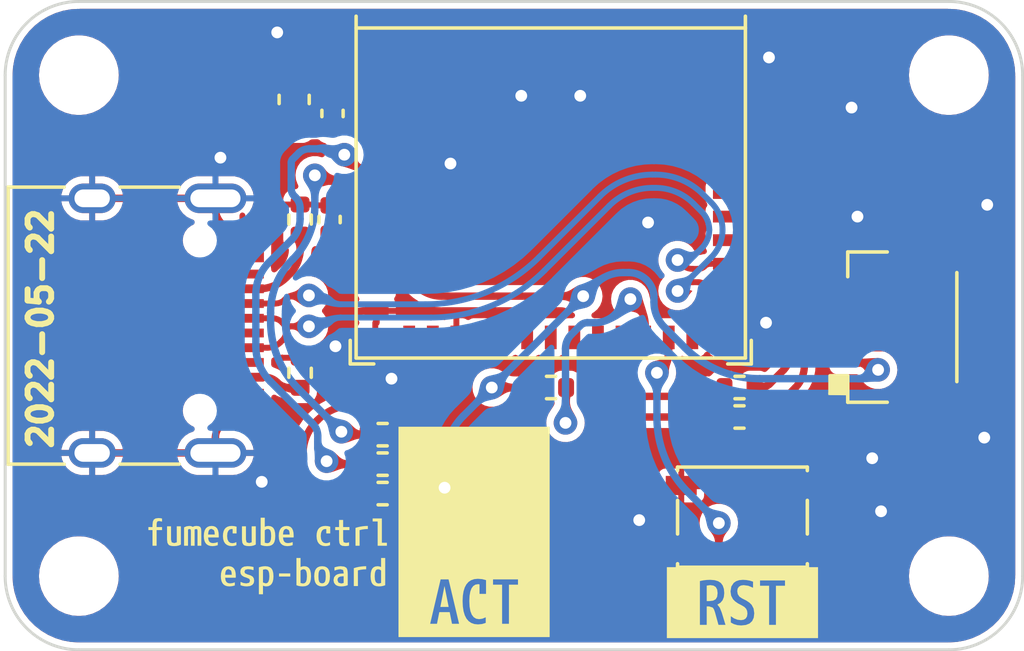
<source format=kicad_pcb>
(kicad_pcb (version 20211014) (generator pcbnew)
  (title_block (title "FumeCube-Ctrl") (date "2022-05-24") (rev "r1.0") (company "Greg Davill <greg.davill@gmail.com>") (comment 3 "OSHW: CERN OHL v1.2") (comment 4 "ESP board"))
  (layers (0 "F.Cu" signal) (31 "B.Cu" signal) (34 "B.Paste" user) (35 "F.Paste" user) (36 "B.SilkS" user "B.Silkscreen") (37 "F.SilkS" user "F.Silkscreen") (38 "B.Mask" user) (39 "F.Mask" user) (44 "Edge.Cuts" user))
  (net 0 "")
  (net 1 "GND")
  (net 2 "Net-(D1-Pad4)")
  (net 3 "Net-(D1-Pad3)")
  (net 4 "unconnected-(J1-PadA4)")
  (net 5 "+3V3")
  (net 6 "Net-(D1-Pad2)")
  (net 7 "Net-(J1-PadA5)")
  (net 8 "/enable")
  (net 9 "/pwm")
  (net 11 "Net-(J1-PadB5)")
  (net 13 "Net-(R4-Pad2)")
  (net 14 "Net-(R3-Pad2)")
  (net 15 "Net-(R5-Pad2)")
  (net 16 "Net-(R6-Pad2)")
  (net 17 "Net-(R7-Pad2)")
  (net 18 "Net-(R8-Pad2)")
  (net 19 "Net-(SW1-Pad2)")
  (net 40 "/dat_P")
  (net 41 "/dat_N")
  (footprint "lib:Hirose_FH34SRJ-6S-0.5SH_1x6-1MP_P0.50mm_Horizontal" (layer "F.Cu") (at 144 77 90)
    (fp_text reference "J3" hide)
    (fp_text value "Conn_01x06_MountingPin" hide)
  )
  (footprint "Capacitor_SMD:C_0402_1005Metric" (layer "F.Cu") (at 125.1 69.8 90)
    (fp_text reference "C2" hide)
    (fp_text value "100nF" hide)
  )
  (footprint "Resistor_SMD:R_0402_1005Metric" (layer "F.Cu") (at 126.8 82.700001 180)
    (fp_text reference "R5" hide)
    (fp_text value "470R" hide)
  )
  (footprint "MountingHole:MountingHole_2.2mm_M2_ISO7380" (layer "F.Cu") (at 146 85.5)
    (fp_text reference "H2" hide)
    (fp_text value "MountingHole_Pad" hide)
  )
  (footprint "MountingHole:MountingHole_2.2mm_M2_ISO7380" (layer "F.Cu") (at 116.5 68.5)
    (fp_text reference "H3" hide)
    (fp_text value "MountingHole_Pad" hide)
  )
  (footprint "lib:oshw_small" (layer "F.Cu") (at 120.375 69.65)
    (fp_text reference "G***" hide)
    (fp_text value "LOGO" hide)
  )
  (footprint "lib:gsd_logo_small" (layer "F.Cu") (at 120.75 67.525)
    (fp_text reference "G***" hide)
    (fp_text value "LOGO" hide)
  )
  (footprint "kibuzzard-628A1254" (layer "F.Cu") (at 122.9 84)
    (fp_text reference "kibuzzard-628A1254" hide)
    (fp_text value "G***" hide)
  )
  (footprint "Capacitor_SMD:C_0402_1005Metric" (layer "F.Cu") (at 125 73.4 90)
    (fp_text reference "C5" hide)
    (fp_text value "100nF" hide)
  )
  (footprint "Resistor_SMD:R_0402_1005Metric" (layer "F.Cu") (at 124 73.4 90)
    (fp_text reference "R2" hide)
    (fp_text value "5.1k" hide)
  )
  (footprint "MountingHole:MountingHole_2.2mm_M2_ISO7380" (layer "F.Cu") (at 146 68.5)
    (fp_text reference "H4" hide)
    (fp_text value "MountingHole_Pad" hide)
  )
  (footprint "Capacitor_SMD:C_0603_1608Metric" (layer "F.Cu") (at 123.8 69.325 90)
    (fp_text reference "C1" hide)
    (fp_text value "10uF" hide)
  )
  (footprint "Connector_USB:USB_C_Receptacle_HRO_TYPE-C-31-M-12" (layer "F.Cu") (at 118 77 -90)
    (fp_text reference "J1" hide)
    (fp_text value "USB_C_Receptacle_USB2.0" hide)
  )
  (footprint "kibuzzard-628A126A" (layer "F.Cu") (at 124.1 85.5)
    (fp_text reference "kibuzzard-628A126A" hide)
    (fp_text value "G***" hide)
  )
  (footprint "lib:ESP32-C3-MINI-1" (layer "F.Cu") (at 132.5 72.5)
    (fp_text reference "U1" hide)
    (fp_text value "ESP32-C3-MINI-1" hide)
  )
  (footprint "lib:0404LED_RGB" (layer "F.Cu") (at 129.9 83.5)
    (fp_text reference "D1" hide)
    (fp_text value "LED_ARGB" hide)
  )
  (footprint "Resistor_SMD:R_0402_1005Metric" (layer "F.Cu") (at 132.509999 79.1)
    (fp_text reference "R3" hide)
    (fp_text value "4.7k" hide)
  )
  (footprint "Button_Switch_SMD:SW_SPST_PTS810" (layer "F.Cu") (at 139 83.5)
    (fp_text reference "SW1" hide)
    (fp_text value "SW_DIP_x01" hide)
  )
  (footprint "Resistor_SMD:R_0402_1005Metric" (layer "F.Cu") (at 124 78.6 90)
    (fp_text reference "R1" hide)
    (fp_text value "5.1k" hide)
  )
  (footprint "Resistor_SMD:R_0402_1005Metric" (layer "F.Cu") (at 126.8 81.7 180)
    (fp_text reference "R8" hide)
    (fp_text value "470R" hide)
  )
  (footprint "kibuzzard-628A11E7" (layer "F.Cu") (at 139 86.4)
    (fp_text reference "kibuzzard-628A11E7" hide)
    (fp_text value "G***" hide)
  )
  (footprint "Resistor_SMD:R_0402_1005Metric" (layer "F.Cu") (at 138.9 79.1 180)
    (fp_text reference "R4" hide)
    (fp_text value "470R" hide)
  )
  (footprint "Resistor_SMD:R_0402_1005Metric" (layer "F.Cu") (at 126.8 80.7 180)
    (fp_text reference "R6" hide)
    (fp_text value "470R" hide)
  )
  (footprint "kibuzzard-628A1224" (layer "F.Cu") (at 129.9 84)
    (fp_text reference "kibuzzard-628A1224" hide)
    (fp_text value "G***" hide)
  )
  (footprint "MountingHole:MountingHole_2.2mm_M2_ISO7380" (layer "F.Cu") (at 116.5 85.5)
    (fp_text reference "H1" hide)
    (fp_text value "MountingHole_Pad" hide)
  )
  (footprint "Resistor_SMD:R_0402_1005Metric" (layer "F.Cu") (at 138.9 80.1 180)
    (fp_text reference "R7" hide)
    (fp_text value "470R" hide)
  )
  (gr_arc (start 114 68.5) (mid 114.732233 66.732233) (end 116.5 66) (layer "Edge.Cuts") (width 0.1))
  (gr_line (start 114 85.5) (end 114 68.5) (layer "Edge.Cuts") (width 0.1))
  (gr_arc (start 148.5 85.5) (mid 147.767767 87.267767) (end 146 88) (layer "Edge.Cuts") (width 0.1))
  (gr_arc (start 146 66) (mid 147.767767 66.732233) (end 148.5 68.5) (layer "Edge.Cuts") (width 0.1))
  (gr_line (start 116.5 66) (end 146 66) (layer "Edge.Cuts") (width 0.1))
  (gr_line (start 148.5 68.5) (end 148.5 85.5) (layer "Edge.Cuts") (width 0.1))
  (gr_arc (start 116.5 88) (mid 114.732233 87.267767) (end 114 85.5) (layer "Edge.Cuts") (width 0.1))
  (gr_line (start 146 88) (end 116.5 88) (layer "Edge.Cuts") (width 0.1))
  (gr_text "2022-05-22" (at 115.2 77.1 90) (layer "F.SilkS") (effects (font (size 0.8 0.8) (thickness 0.2))))
  (segment (start 120.805 72.68) (end 116.95 72.68) (width 0.25) (layer "F.Cu") (net 1))
  (segment (start 144.014644 77.75) (end 142.6 77.75) (width 0.25) (layer "F.Cu") (net 1))
  (segment (start 121.676274 80.25) (end 122.045 80.25) (width 0.25) (layer "F.Cu") (net 1))
  (segment (start 125.2 77.7) (end 125.325 77.575) (width 0.25) (layer "F.Cu") (net 1))
  (segment (start 125.2 77.7) (end 125.005 77.895) (width 0.25) (layer "F.Cu") (net 1))
  (segment (start 126.2 76.5) (end 126.6 76.5) (width 0.25) (layer "F.Cu") (net 1))
  (segment (start 121.13 73.005) (end 121.13 73.033015) (width 0.25) (layer "F.Cu") (net 1))
  (segment (start 125.517156 76.782842) (end 125.412132 76.887867) (width 0.25) (layer "F.Cu") (net 1))
  (segment (start 120.755 81.32) (end 116.95 81.32) (width 0.25) (layer "F.Cu") (net 1))
  (segment (start 125.626776 77.45) (end 126.55 77.45) (width 0.25) (layer "F.Cu") (net 1))
  (segment (start 142.6 75.75) (end 141.05 75.75) (width 0.25) (layer "F.Cu") (net 1))
  (segment (start 143.925 76.175) (end 144 76.1) (width 0.25) (layer "F.Cu") (net 1))
  (segment (start 144.075 77.725) (end 144.1 77.7) (width 0.25) (layer "F.Cu") (net 1))
  (segment (start 143.743933 76.25) (end 142.6 76.25) (width 0.25) (layer "F.Cu") (net 1))
  (segment (start 121.13 80.796274) (end 121.13 80.945) (width 0.25) (layer "F.Cu") (net 1))
  (segment (start 121.34 73.54) (end 121.374991 73.574991) (width 0.25) (layer "F.Cu") (net 1))
  (segment (start 124.534228 78.09) (end 124 78.09) (width 0.25) (layer "F.Cu") (net 1))
  (segment (start 136.925 82.425) (end 141.075 82.425) (width 0.25) (layer "F.Cu") (net 1))
  (segment (start 121.7975 73.75) (end 122.045 73.75) (width 0.25) (layer "F.Cu") (net 1))
  (segment (start 125.2 77.7) (end 125.2 77.4) (width 0.25) (layer "F.Cu") (net 1))
  (via (at 122.7 82.3) (size 0.8) (drill 0.4) (layers "F.Cu" "B.Cu") (net 1))
  (via (at 143.4 81.5) (size 0.8) (drill 0.4) (layers "F.Cu" "B.Cu") (net 1))
  (via (at 133.5 69.2) (size 0.8) (drill 0.4) (layers "F.Cu" "B.Cu") (net 1))
  (via (at 129.1 71.5) (size 0.8) (drill 0.4) (layers "F.Cu" "B.Cu") (net 1))
  (via (at 147.2 80.8) (size 0.8) (drill 0.4) (layers "F.Cu" "B.Cu") (net 1))
  (via (at 131.5 69.2) (size 0.8) (drill 0.4) (layers "F.Cu" "B.Cu") (net 1))
  (via (at 139.9 67.9) (size 0.8) (drill 0.4) (layers "F.Cu" "B.Cu") (net 1))
  (via (at 139.8 76.9) (size 0.8) (drill 0.4) (layers "F.Cu" "B.Cu") (net 1))
  (via (at 135.8 73.5) (size 0.8) (drill 0.4) (layers "F.Cu" "B.Cu") (net 1))
  (via (at 123.225 67.05) (size 0.8) (drill 0.4) (layers "F.Cu" "B.Cu") (net 1))
  (via (at 121.3 71.3) (size 0.8) (drill 0.4) (layers "F.Cu" "B.Cu") (net 1))
  (via (at 125.2 77.7) (size 0.8) (drill 0.4) (layers "F.Cu" "B.Cu") (net 1))
  (via (at 143.7 83.3) (size 0.8) (drill 0.4) (layers "F.Cu" "B.Cu") (net 1))
  (via (at 147.3 72.9) (size 0.8) (drill 0.4) (layers "F.Cu" "B.Cu") (net 1))
  (via (at 135.5 83.6) (size 0.8) (drill 0.4) (layers "F.Cu" "B.Cu") (net 1))
  (via (at 127.1 78.8) (size 0.8) (drill 0.4) (layers "F.Cu" "B.Cu") (net 1))
  (via (at 142.7 69.6) (size 0.8) (drill 0.4) (layers "F.Cu" "B.Cu") (net 1))
  (via (at 142.9 73.3) (size 0.8) (drill 0.4) (layers "F.Cu" "B.Cu") (net 1))
  (arc (start 121.13 80.945) (mid 121.020165 81.210165) (end 120.755 81.32) (width 0.25) (layer "F.Cu") (net 1))
  (arc (start 125.005 77.895) (mid 124.789008 78.039321) (end 124.534228 78.09) (width 0.25) (layer "F.Cu") (net 1))
  (arc (start 125.626776 77.45) (mid 125.463456 77.482486) (end 125.325 77.575) (width 0.25) (layer "F.Cu") (net 1))
  (arc (start 121.676274 80.25) (mid 121.467224 80.291582) (end 121.29 80.41) (width 0.25) (layer "F.Cu") (net 1))
  (arc (start 144.075 77.725) (mid 144.047308 77.743502) (end 144.014644 77.75) (width 0.25) (layer "F.Cu") (net 1))
  (arc (start 125.412132 76.887867) (mid 125.255131 77.122835) (end 125.2 77.4) (width 0.25) (layer "F.Cu") (net 1))
  (arc (start 121.374991 73.574991) (mid 121.568839 73.704516) (end 121.7975 73.75) (width 0.25) (layer "F.Cu") (net 1))
  (arc (start 121.29 80.41) (mid 121.171582 80.587224) (end 121.13 80.796274) (width 0.25) (layer "F.Cu") (net 1))
  (arc (start 143.925 76.175) (mid 143.841925 76.230508) (end 143.743933 76.25) (width 0.25) (layer "F.Cu") (net 1))
  (arc (start 121.13 73.033015) (mid 121.184577 73.307393) (end 121.34 73.54) (width 0.25) (layer "F.Cu") (net 1))
  (arc (start 121.13 73.005) (mid 121.034809 72.77519) (end 120.805 72.68) (width 0.25) (layer "F.Cu") (net 1))
  (arc (start 126.2 76.5) (mid 125.830447 76.573508) (end 125.517156 76.782842) (width 0.25) (layer "F.Cu") (net 1))
  (segment (start 128.645926 81.7) (end 127.31 81.7) (width 0.25) (layer "F.Cu") (net 2))
  (segment (start 130.030545 82.430545) (end 129.7625 82.1625) (width 0.25) (layer "F.Cu") (net 2))
  (segment (start 130.225 82.9) (end 130.225 83.175) (width 0.25) (layer "F.Cu") (net 2))
  (arc (start 129.7625 82.1625) (mid 129.250211 81.820199) (end 128.645926 81.7) (width 0.25) (layer "F.Cu") (net 2))
  (arc (start 130.030545 82.430545) (mid 130.174462 82.645932) (end 130.225 82.9) (width 0.25) (layer "F.Cu") (net 2))
  (segment (start 130.837499 83.662499) (end 130.834099 83.6659) (width 0.25) (layer "F.Cu") (net 3))
  (segment (start 128.05 80.95) (end 127.973241 80.873241) (width 0.25) (layer "F.Cu") (net 3))
  (segment (start 131 83.27019) (end 131 83.05) (width 0.25) (layer "F.Cu") (net 3))
  (segment (start 128.95 81.2) (end 128.653553 81.2) (width 0.25) (layer "F.Cu") (net 3))
  (segment (start 130.059619 81.659619) (end 130.681801 82.281801) (width 0.25) (layer "F.Cu") (net 3))
  (segment (start 130.45 83.825) (end 130.225 83.825) (width 0.25) (layer "F.Cu") (net 3))
  (segment (start 127.555 80.7) (end 127.31 80.7) (width 0.25) (layer "F.Cu") (net 3))
  (arc (start 128.05 80.95) (mid 128.326912 81.135027) (end 128.653553 81.2) (width 0.25) (layer "F.Cu") (net 3))
  (arc (start 130.059619 81.659619) (mid 129.550521 81.319451) (end 128.95 81.2) (width 0.25) (layer "F.Cu") (net 3))
  (arc (start 127.973241 80.873241) (mid 127.78135 80.745023) (end 127.555 80.7) (width 0.25) (layer "F.Cu") (net 3))
  (arc (start 130.834099 83.6659) (mid 130.657872 83.783651) (end 130.45 83.825) (width 0.25) (layer "F.Cu") (net 3))
  (arc (start 130.681801 82.281801) (mid 130.917302 82.634253) (end 131 83.05) (width 0.25) (layer "F.Cu") (net 3))
  (arc (start 131 83.27019) (mid 130.957767 83.482506) (end 130.837499 83.662499) (width 0.25) (layer "F.Cu") (net 3))
  (segment (start 121.6475 79.45) (end 122.045 79.45) (width 0.25) (layer "F.Cu") (net 4))
  (segment (start 121.5975 74.55) (end 122.045 74.55) (width 0.25) (layer "F.Cu") (net 4))
  (segment (start 119.9 76.683883) (end 119.9 77.145405) (width 0.25) (layer "F.Cu") (net 4))
  (segment (start 120.833569 74.86643) (end 120.525 75.175) (width 0.25) (layer "F.Cu") (net 4))
  (segment (start 120.968925 79.168925) (end 120.575 78.775) (width 0.25) (layer "F.Cu") (net 4))
  (arc (start 120.525 75.175) (mid 120.062432 75.867281) (end 119.9 76.683883) (width 0.25) (layer "F.Cu") (net 4))
  (arc (start 120.968925 79.168925) (mid 121.280257 79.37695) (end 121.6475 79.45) (width 0.25) (layer "F.Cu") (net 4))
  (arc (start 121.5975 74.55) (mid 121.184063 74.632237) (end 120.833569 74.86643) (width 0.25) (layer "F.Cu") (net 4))
  (arc (start 119.9 77.145405) (mid 120.075426 78.027335) (end 120.575 78.775) (width 0.25) (layer "F.Cu") (net 4))
  (segment (start 127.6 73.246446) (end 127.6 73.953553) (width 0.25) (layer "F.Cu") (net 5))
  (segment (start 125.114142 70.28) (end 125.69272 70.28) (width 0.25) (layer "F.Cu") (net 5))
  (segment (start 126.9 70.1) (end 126.917157 70.1) (width 0.25) (layer "F.Cu") (net 5))
  (segment (start 126.35 74.1) (end 126.155563 74.1) (width 0.25) (layer "F.Cu") (net 5))
  (segment (start 127.6 73.246446) (end 127.6 70.782842) (width 0.25) (layer "F.Cu") (net 5))
  (segment (start 126.85 74.1) (end 126.35 74.1) (width 0.25) (layer "F.Cu") (net 5))
  (segment (start 127.6 73.953553) (end 127.6 74.805025) (width 0.25) (layer "F.Cu") (net 5))
  (segment (start 124.641421 70.3) (end 125.065857 70.3) (width 0.25) (layer "F.Cu") (net 5))
  (segment (start 125.624436 73.88) (end 125 73.88) (width 0.25) (layer "F.Cu") (net 5))
  (segment (start 126.3 70.1) (end 126.127279 70.1) (width 0.25) (layer "F.Cu") (net 5))
  (segment (start 124.158578 70.1) (end 123.8 70.1) (width 0.25) (layer "F.Cu") (net 5))
  (segment (start 127.349999 73.849999) (end 127.276776 73.923223) (width 0.25) (layer "F.Cu") (net 5))
  (segment (start 143.173223 78.25) (end 142.6 78.25) (width 0.25) (layer "F.Cu") (net 5))
  (segment (start 126.9 70.1) (end 126.3 70.1) (width 0.25) (layer "F.Cu") (net 5))
  (segment (start 133.6 76) (end 128.794974 76) (width 0.25) (layer "F.Cu") (net 5))
  (segment (start 143.6 78.5) (end 143.475 78.375) (width 0.25) (layer "F.Cu") (net 5))
  (segment (start 130.5 79.1) (end 131.999999 79.1) (width 0.25) (layer "F.Cu") (net 5))
  (segment (start 128.9 82.5) (end 129.575 83.175) (width 0.25) (layer "F.Cu") (net 5))
  (via (at 128.9 82.5) (size 0.8) (drill 0.4) (layers "F.Cu" "B.Cu") (net 5))
  (via (at 133.6 76) (size 0.8) (drill 0.4) (layers "F.Cu" "B.Cu") (net 5))
  (via (at 143.6 78.5) (size 0.8) (drill 0.4) (layers "F.Cu" "B.Cu") (net 5))
  (via (at 130.5 79.1) (size 0.8) (drill 0.4) (layers "F.Cu" "B.Cu") (net 5))
  (arc (start 125.09 70.29) (mid 125.078923 70.297401) (end 125.065857 70.3) (width 0.25) (layer "F.Cu") (net 5))
  (arc (start 126.127279 70.1) (mid 126.009688 70.12339) (end 125.91 70.19) (width 0.25) (layer "F.Cu") (net 5))
  (arc (start 127.6 74.805025) (mid 127.690962 75.262322) (end 127.95 75.65) (width 0.25) (layer "F.Cu") (net 5))
  (arc (start 127.95 75.65) (mid 128.337677 75.909037) (end 128.794974 76) (width 0.25) (layer "F.Cu") (net 5))
  (arc (start 127.4 70.3) (mid 127.548021 70.521529) (end 127.6 70.782842) (width 0.25) (layer "F.Cu") (net 5))
  (arc (start 124.4 70.2) (mid 124.289234 70.125989) (end 124.158578 70.1) (width 0.25) (layer "F.Cu") (net 5))
  (arc (start 127.349999 73.849999) (mid 127.535026 73.573086) (end 127.6 73.246446) (width 0.25) (layer "F.Cu") (net 5))
  (arc (start 127.6 73.953553) (mid 127.509595 73.818253) (end 127.349999 73.849999) (width 0.25) (layer "F.Cu") (net 5))
  (arc (start 127.4 70.3) (mid 127.178469 70.151978) (end 126.917157 70.1) (width 0.25) (layer "F.Cu") (net 5))
  (arc (start 127.276776 73.923223) (mid 127.080969 74.054057) (end 126.85 74.1) (width 0.25) (layer "F.Cu") (net 5))
  (arc (start 125.89 73.99) (mid 125.768158 73.908588) (end 125.624436 73.88) (width 0.25) (layer "F.Cu") (net 5))
  (arc (start 125.89 73.99) (mid 126.011841 74.071411) (end 126.155563 74.1) (width 0.25) (layer "F.Cu") (net 5))
  (arc (start 125.114142 70.28) (mid 125.101076 70.282598) (end 125.09 70.29) (width 0.25) (layer "F.Cu") (net 5))
  (arc (start 125.91 70.19) (mid 125.810311 70.256609) (end 125.69272 70.28) (width 0.25) (layer "F.Cu") (net 5))
  (arc (start 124.4 70.2) (mid 124.510764 70.27401) (end 124.641421 70.3) (width 0.25) (layer "F.Cu") (net 5))
  (arc (start 143.475 78.375) (mid 143.336543 78.282486) (end 143.173223 78.25) (width 0.25) (layer "F.Cu") (net 5))
  (segment (start 143.6 78.5) (end 143.45 78.65) (width 0.25) (layer "B.Cu") (net 5))
  (segment (start 130.5 79.1) (end 133.6 76) (width 0.25) (layer "B.Cu") (net 5))
  (segment (start 137.05 77.75) (end 136.353553 77.053553) (width 0.25) (layer "B.Cu") (net 5))
  (segment (start 128.9 81.6) (end 128.9 82.5) (width 0.25) (layer "B.Cu") (net 5))
  (segment (start 134.95 75.2) (end 135.146446 75.2) (width 0.25) (layer "B.Cu") (net 5))
  (segment (start 129.536396 80.063603) (end 130.5 79.1) (width 0.25) (layer "B.Cu") (net 5))
  (segment (start 139.584924 78.8) (end 143.087867 78.8) (width 0.25) (layer "B.Cu") (net 5))
  (segment (start 136 76.053553) (end 136 76.2) (width 0.25) (layer "B.Cu") (net 5))
  (segment (start 134.011091 75.588908) (end 133.6 76) (width 0.25) (layer "B.Cu") (net 5))
  (arc (start 143.45 78.65) (mid 143.283852 78.761016) (end 143.087867 78.8) (width 0.25) (layer "B.Cu") (net 5))
  (arc (start 136 76.2) (mid 136.091885 76.661939) (end 136.353553 77.053553) (width 0.25) (layer "B.Cu") (net 5))
  (arc (start 129.536396 80.063603) (mid 129.065393 80.768508) (end 128.9 81.6) (width 0.25) (layer "B.Cu") (net 5))
  (arc (start 135.75 75.45) (mid 135.473087 75.264972) (end 135.146446 75.2) (width 0.25) (layer "B.Cu") (net 5))
  (arc (start 134.95 75.2) (mid 134.441866 75.301073) (end 134.011091 75.588908) (width 0.25) (layer "B.Cu") (net 5))
  (arc (start 137.05 77.75) (mid 138.213033 78.527113) (end 139.584924 78.8) (width 0.25) (layer "B.Cu") (net 5))
  (arc (start 135.75 75.45) (mid 135.935027 75.726912) (end 136 76.053553) (width 0.25) (layer "B.Cu") (net 5))
  (segment (start 127.655 82.700001) (end 127.31 82.700001) (width 0.25) (layer "F.Cu") (net 6))
  (segment (start 129.35 83.825) (end 129.575 83.825) (width 0.25) (layer "F.Cu") (net 6))
  (segment (start 128.243953 82.943953) (end 128.9659 83.6659) (width 0.25) (layer "F.Cu") (net 6))
  (arc (start 128.243953 82.943953) (mid 127.973739 82.763402) (end 127.655 82.700001) (width 0.25) (layer "F.Cu") (net 6))
  (arc (start 128.9659 83.6659) (mid 129.142126 83.783651) (end 129.35 83.825) (width 0.25) (layer "F.Cu") (net 6))
  (segment (start 123.540676 75.359323) (end 123.649982 75.250017) (width 0.25) (layer "F.Cu") (net 7))
  (segment (start 124 74.405) (end 124 73.91) (width 0.25) (layer "F.Cu") (net 7))
  (segment (start 122.5975 75.75) (end 122.045 75.75) (width 0.25) (layer "F.Cu") (net 7))
  (arc (start 124 74.405) (mid 123.909033 74.86232) (end 123.649982 75.250017) (width 0.25) (layer "F.Cu") (net 7))
  (arc (start 123.540676 75.359323) (mid 123.107943 75.648466) (end 122.5975 75.75) (width 0.25) (layer "F.Cu") (net 7))
  (segment (start 139.937885 79.962114) (end 140.781801 79.118198) (width 0.25) (layer "F.Cu") (net 8))
  (segment (start 142.175 77.25) (end 142.6 77.25) (width 0.25) (layer "F.Cu") (net 8))
  (segment (start 139.605 80.1) (end 139.41 80.1) (width 0.25) (layer "F.Cu") (net 8))
  (segment (start 141.449479 77.550519) (end 141.418198 77.581801) (width 0.25) (layer "F.Cu") (net 8))
  (arc (start 139.937885 79.962114) (mid 139.785156 80.064164) (end 139.605 80.1) (width 0.25) (layer "F.Cu") (net 8))
  (arc (start 141.1 78.35) (mid 141.017302 78.765745) (end 140.781801 79.118198) (width 0.25) (layer "F.Cu") (net 8))
  (arc (start 141.418198 77.581801) (mid 141.182696 77.934253) (end 141.1 78.35) (width 0.25) (layer "F.Cu") (net 8))
  (arc (start 142.175 77.25) (mid 141.782351 77.328102) (end 141.449479 77.550519) (width 0.25) (layer "F.Cu") (net 8))
  (segment (start 139.605 79.1) (end 139.41 79.1) (width 0.25) (layer "F.Cu") (net 9))
  (segment (start 140.387867 78.512131) (end 139.937885 78.962114) (width 0.25) (layer "F.Cu") (net 9))
  (segment (start 142.075 76.75) (end 142.6 76.75) (width 0.25) (layer "F.Cu") (net 9))
  (segment (start 141.178768 77.12123) (end 140.812132 77.487867) (width 0.25) (layer "F.Cu") (net 9))
  (arc (start 139.937885 78.962114) (mid 139.785156 79.064164) (end 139.605 79.1) (width 0.25) (layer "F.Cu") (net 9))
  (arc (start 140.6 78) (mid 140.544868 78.277163) (end 140.387867 78.512131) (width 0.25) (layer "F.Cu") (net 9))
  (arc (start 142.075 76.75) (mid 141.589962 76.846479) (end 141.178768 77.12123) (width 0.25) (layer "F.Cu") (net 9))
  (arc (start 140.812132 77.487867) (mid 140.655131 77.722835) (end 140.6 78) (width 0.25) (layer "F.Cu") (net 9))
  (segment (start 122.795441 78.75) (end 122.045 78.75) (width 0.25) (layer "F.Cu") (net 11))
  (segment (start 123.664558 79.11) (end 124 79.11) (width 0.25) (layer "F.Cu") (net 11))
  (arc (start 123.23 78.93) (mid 123.030622 78.79678) (end 122.795441 78.75) (width 0.25) (layer "F.Cu") (net 11))
  (arc (start 123.23 78.93) (mid 123.429376 79.063219) (end 123.664558 79.11) (width 0.25) (layer "F.Cu") (net 11))
  (segment (start 135.753553 79.4) (end 137.087867 79.4) (width 0.25) (layer "F.Cu") (net 13))
  (segment (start 134.9 78.546446) (end 134.9 77.4) (width 0.25) (layer "F.Cu") (net 13))
  (segment (start 137.812132 79.1) (end 138.39 79.1) (width 0.25) (layer "F.Cu") (net 13))
  (arc (start 134.9 78.546446) (mid 134.964972 78.873087) (end 135.15 79.15) (width 0.25) (layer "F.Cu") (net 13))
  (arc (start 137.45 79.25) (mid 137.283852 79.361016) (end 137.087867 79.4) (width 0.25) (layer "F.Cu") (net 13))
  (arc (start 137.812132 79.1) (mid 137.616147 79.138983) (end 137.45 79.25) (width 0.25) (layer "F.Cu") (net 13))
  (arc (start 135.15 79.15) (mid 135.426912 79.335027) (end 135.753553 79.4) (width 0.25) (layer "F.Cu") (net 13))
  (segment (start 133 80.3) (end 133.009999 80.29) (width 0.25) (layer "F.Cu") (net 14))
  (segment (start 133.019999 80.265859) (end 133.019999 79.1) (width 0.25) (layer "F.Cu") (net 14))
  (segment (start 135.7 76.953553) (end 135.7 77.4) (width 0.25) (layer "F.Cu") (net 14))
  (segment (start 135.45 76.35) (end 135.2 76.1) (width 0.25) (layer "F.Cu") (net 14))
  (via (at 133 80.3) (size 0.8) (drill 0.4) (layers "F.Cu" "B.Cu") (net 14))
  (via (at 135.2 76.1) (size 0.8) (drill 0.4) (layers "F.Cu" "B.Cu") (net 14))
  (arc (start 135.45 76.35) (mid 135.635027 76.626912) (end 135.7 76.953553) (width 0.25) (layer "F.Cu") (net 14))
  (arc (start 133.019999 80.265859) (mid 133.0174 80.278924) (end 133.009999 80.29) (width 0.25) (layer "F.Cu") (net 14))
  (segment (start 134 76.9) (end 133.741421 76.9) (width 0.25) (layer "B.Cu") (net 14))
  (segment (start 133.5 77) (end 133.3 77.2) (width 0.25) (layer "B.Cu") (net 14))
  (segment (start 133 80.3) (end 133 77.782842) (width 0.25) (layer "B.Cu") (net 14))
  (segment (start 133.3 77.2) (end 133.2 77.3) (width 0.25) (layer "B.Cu") (net 14))
  (segment (start 134.682842 76.617157) (end 135.2 76.1) (width 0.25) (layer "B.Cu") (net 14))
  (arc (start 134.682842 76.617157) (mid 134.369551 76.826491) (end 134 76.9) (width 0.25) (layer "B.Cu") (net 14))
  (arc (start 133.2 77.3) (mid 133.051978 77.521529) (end 133 77.782842) (width 0.25) (layer "B.Cu") (net 14))
  (arc (start 133.741421 76.9) (mid 133.610764 76.925989) (end 133.5 77) (width 0.25) (layer "B.Cu") (net 14))
  (segment (start 127.9 78.341421) (end 127.9 78.846446) (width 0.25) (layer "F.Cu") (net 15))
  (segment (start 127.046446 79.7) (end 125.807106 79.7) (width 0.25) (layer "F.Cu") (net 15))
  (segment (start 124.1 81.35) (end 124.1 81.505024) (width 0.25) (layer "F.Cu") (net 15))
  (segment (start 127.7 77.858578) (end 127.7 77.4) (width 0.25) (layer "F.Cu") (net 15))
  (segment (start 125.294976 82.700001) (end 126.29 82.700001) (width 0.25) (layer "F.Cu") (net 15))
  (segment (start 124.559619 80.24038) (end 124.6 80.2) (width 0.25) (layer "F.Cu") (net 15))
  (arc (start 127.65 79.45) (mid 127.373087 79.635027) (end 127.046446 79.7) (width 0.25) (layer "F.Cu") (net 15))
  (arc (start 124.45 82.35) (mid 124.837678 82.609038) (end 125.294976 82.700001) (width 0.25) (layer "F.Cu") (net 15))
  (arc (start 125.807106 79.7) (mid 125.153825 79.829945) (end 124.6 80.2) (width 0.25) (layer "F.Cu") (net 15))
  (arc (start 127.7 77.858578) (mid 127.725989 77.989234) (end 127.8 78.1) (width 0.25) (layer "F.Cu") (net 15))
  (arc (start 124.1 81.505024) (mid 124.190962 81.962321) (end 124.45 82.35) (width 0.25) (layer "F.Cu") (net 15))
  (arc (start 127.9 78.846446) (mid 127.835027 79.173087) (end 127.65 79.45) (width 0.25) (layer "F.Cu") (net 15))
  (arc (start 124.559619 80.24038) (mid 124.219451 80.749478) (end 124.1 81.35) (width 0.25) (layer "F.Cu") (net 15))
  (arc (start 127.8 78.1) (mid 127.87401 78.210764) (end 127.9 78.341421) (width 0.25) (layer "F.Cu") (net 15))
  (segment (start 125.57071 80.7) (end 126.29 80.7) (width 0.25) (layer "F.Cu") (net 16))
  (segment (start 124.6 72) (end 124.5 71.9) (width 0.25) (layer "F.Cu") (net 16))
  (segment (start 126.182842 72.5) (end 126.6 72.5) (width 0.25) (layer "F.Cu") (net 16))
  (segment (start 124.841421 72.1) (end 125.217157 72.1) (width 0.25) (layer "F.Cu") (net 16))
  (segment (start 125.45 80.65) (end 125.4 80.6) (width 0.25) (layer "F.Cu") (net 16))
  (via (at 124.5 71.9) (size 0.8) (drill 0.4) (layers "F.Cu" "B.Cu") (net 16))
  (via (at 125.4 80.6) (size 0.8) (drill 0.4) (layers "F.Cu" "B.Cu") (net 16))
  (arc (start 125.7 72.3) (mid 125.921529 72.448021) (end 126.182842 72.5) (width 0.25) (layer "F.Cu") (net 16))
  (arc (start 124.6 72) (mid 124.710764 72.07401) (end 124.841421 72.1) (width 0.25) (layer "F.Cu") (net 16))
  (arc (start 125.7 72.3) (mid 125.478469 72.151978) (end 125.217157 72.1) (width 0.25) (layer "F.Cu") (net 16))
  (arc (start 125.45 80.65) (mid 125.505382 80.687005) (end 125.57071 80.7) (width 0.25) (layer "F.Cu") (net 16))
  (segment (start 124.5 72.95) (end 124.5 71.9) (width 0.25) (layer "B.Cu") (net 16))
  (segment (start 123 76.56066) (end 123 76.85) (width 0.25) (layer "B.Cu") (net 16))
  (segment (start 123.954594 79.154594) (end 125.4 80.6) (width 0.25) (layer "B.Cu") (net 16))
  (segment (start 123.749999 74.749999) (end 123.757537 74.742462) (width 0.25) (layer "B.Cu") (net 16))
  (arc (start 123.749999 74.749999) (mid 123.194918 75.580737) (end 123 76.56066) (width 0.25) (layer "B.Cu") (net 16))
  (arc (start 124.5 72.95) (mid 124.30704 73.920073) (end 123.757537 74.742462) (width 0.25) (layer "B.Cu") (net 16))
  (arc (start 123 76.85) (mid 123.24809 78.097237) (end 123.954594 79.154594) (width 0.25) (layer "B.Cu") (net 16))
  (segment (start 134.1 78.563603) (end 134.1 77.4) (width 0.25) (layer "F.Cu") (net 17))
  (segment (start 135.636396 80.1) (end 138.39 80.1) (width 0.25) (layer "F.Cu") (net 17))
  (arc (start 134.55 79.65) (mid 135.048442 79.983048) (end 135.636396 80.1) (width 0.25) (layer "F.Cu") (net 17))
  (arc (start 134.1 78.563603) (mid 134.216951 79.151556) (end 134.55 79.65) (width 0.25) (layer "F.Cu") (net 17))
  (segment (start 126.3 71.7) (end 126.6 71.7) (width 0.25) (layer "F.Cu") (net 18))
  (segment (start 125.07071 81.7) (end 126.29 81.7) (width 0.25) (layer "F.Cu") (net 18))
  (segment (start 124.9 81.6) (end 124.95 81.65) (width 0.25) (layer "F.Cu") (net 18))
  (segment (start 125.5 71.2) (end 125.787867 71.487867) (width 0.25) (layer "F.Cu") (net 18))
  (via (at 124.9 81.6) (size 0.8) (drill 0.4) (layers "F.Cu" "B.Cu") (net 18))
  (via (at 125.5 71.2) (size 0.8) (drill 0.4) (layers "F.Cu" "B.Cu") (net 18))
  (arc (start 124.95 81.65) (mid 125.005382 81.687005) (end 125.07071 81.7) (width 0.25) (layer "F.Cu") (net 18))
  (arc (start 125.787867 71.487867) (mid 126.022835 71.644868) (end 126.3 71.7) (width 0.25) (layer "F.Cu") (net 18))
  (segment (start 122.95 74.85) (end 123.1 74.7) (width 0.25) (layer "B.Cu") (net 18))
  (segment (start 123.95 71.15) (end 123.85 71.25) (width 0.25) (layer "B.Cu") (net 18))
  (segment (start 123.85 71.25) (end 123.75 71.35) (width 0.25) (layer "B.Cu") (net 18))
  (segment (start 123.7 72.05) (end 123.7 71.47071) (width 0.25) (layer "B.Cu") (net 18))
  (segment (start 123.806066 72.606066) (end 123.85 72.65) (width 0.25) (layer "B.Cu") (net 18))
  (segment (start 124.9 81.6) (end 124.706066 81.406066) (width 0.25) (layer "B.Cu") (net 18))
  (segment (start 123.7 74.1) (end 123.1 74.7) (width 0.25) (layer "B.Cu") (net 18))
  (segment (start 123.7 72.05) (end 123.7 72.35) (width 0.25) (layer "B.Cu") (net 18))
  (segment (start 122.5 76.3) (end 122.5 75.936396) (width 0.25) (layer "B.Cu") (net 18))
  (segment (start 124 79.9) (end 124.4 80.3) (width 0.25) (layer "B.Cu") (net 18))
  (segment (start 122.5 76.3) (end 122.5 77.7) (width 0.25) (layer "B.Cu") (net 18))
  (segment (start 124.6 80.75) (end 124.6 80.85) (width 0.25) (layer "B.Cu") (net 18))
  (segment (start 124 73.375735) (end 124 73.012132) (width 0.25) (layer "B.Cu") (net 18))
  (segment (start 124.4 80.3) (end 124.423223 80.323223) (width 0.25) (layer "B.Cu") (net 18))
  (segment (start 124.6 80.85) (end 124.6 81.15) (width 0.25) (layer "B.Cu") (net 18))
  (segment (start 124 79.9) (end 122.994974 78.894974) (width 0.25) (layer "B.Cu") (net 18))
  (segment (start 124.312132 71) (end 124.658578 71) (width 0.25) (layer "B.Cu") (net 18))
  (segment (start 125.141421 71.2) (end 125.5 71.2) (width 0.25) (layer "B.Cu") (net 18))
  (arc (start 122.95 74.85) (mid 122.616951 75.348442) (end 122.5 75.936396) (width 0.25) (layer "B.Cu") (net 18))
  (arc (start 124.312132 71) (mid 124.116147 71.038983) (end 123.95 71.15) (width 0.25) (layer "B.Cu") (net 18))
  (arc (start 124.423223 80.323223) (mid 124.554057 80.51903) (end 124.6 80.75) (width 0.25) (layer "B.Cu") (net 18))
  (arc (start 123.7 72.35) (mid 123.727565 72.488581) (end 123.806066 72.606066) (width 0.25) (layer "B.Cu") (net 18))
  (arc (start 124.9 71.1) (mid 124.789234 71.025989) (end 124.658578 71) (width 0.25) (layer "B.Cu") (net 18))
  (arc (start 123.85 72.65) (mid 123.961016 72.816147) (end 124 73.012132) (width 0.25) (layer "B.Cu") (net 18))
  (arc (start 122.5 77.7) (mid 122.628639 78.346715) (end 122.994974 78.894974) (width 0.25) (layer "B.Cu") (net 18))
  (arc (start 124.6 81.15) (mid 124.627565 81.288581) (end 124.706066 81.406066) (width 0.25) (layer "B.Cu") (net 18))
  (arc (start 124.9 71.1) (mid 125.010764 71.17401) (end 125.141421 71.2) (width 0.25) (layer "B.Cu") (net 18))
  (arc (start 124 73.375735) (mid 123.922032 73.767704) (end 123.7 74.1) (width 0.25) (layer "B.Cu") (net 18))
  (arc (start 123.75 71.35) (mid 123.712994 71.405382) (end 123.7 71.47071) (width 0.25) (layer "B.Cu") (net 18))
  (segment (start 138.071966 84.575) (end 137.525 84.575) (width 0.25) (layer "F.Cu") (net 19))
  (segment (start 136.1 78.6) (end 136.3 78.4) (width 0.25) (layer "F.Cu") (net 19))
  (segment (start 136.5 77.917157) (end 136.5 77.4) (width 0.25) (layer "F.Cu") (net 19))
  (segment (start 137.525 84.575) (end 141.075 84.575) (width 0.25) (layer "F.Cu") (net 19))
  (segment (start 138.2 83.7) (end 138.2 84.446966) (width 0.25) (layer "F.Cu") (net 19))
  (via (at 136.1 78.6) (size 0.8) (drill 0.4) (layers "F.Cu" "B.Cu") (net 19))
  (via (at 138.2 83.7) (size 0.8) (drill 0.4) (layers "F.Cu" "B.Cu") (net 19))
  (arc (start 136.5 77.917157) (mid 136.448021 78.178469) (end 136.3 78.4) (width 0.25) (layer "F.Cu") (net 19))
  (arc (start 137.525 84.575) (mid 137.525 84.575) (end 137.525 84.575) (width 0.25) (layer "F.Cu") (net 19))
  (segment (start 136.1 80.115075) (end 136.1 78.6) (width 0.25) (layer "B.Cu") (net 19))
  (segment (start 138.2 83.7) (end 137.15 82.65) (width 0.25) (layer "B.Cu") (net 19))
  (arc (start 136.1 80.115075) (mid 136.372886 81.486966) (end 137.15 82.65) (width 0.25) (layer "B.Cu") (net 19))
  (segment (start 123.7 77.025) (end 124.3 77.025) (width 0.2) (layer "F.Cu") (net 40))
  (segment (start 137.501255 75.074999) (end 137.31213 75.074999) (width 0.2) (layer "F.Cu") (net 40))
  (segment (start 123.337499 77.562499) (end 123.401256 77.498743) (width 0.2) (layer "F.Cu") (net 40))
  (segment (start 122.884834 77.75) (end 122.045 77.75) (width 0.2) (layer "F.Cu") (net 40))
  (segment (start 123.3875 76.8875) (end 123.401256 76.901256) (width 0.2) (layer "F.Cu") (net 40))
  (segment (start 123.055545 76.75) (end 122.045 76.75) (width 0.2) (layer "F.Cu") (net 40))
  (segment (start 136.8 74.775) (end 136.949999 74.924999) (width 0.2) (layer "F.Cu") (net 40))
  (segment (start 137.923742 74.9) (end 138.4 74.9) (width 0.2) (layer "F.Cu") (net 40))
  (via (at 136.8 74.775) (size 0.8) (drill 0.4) (layers "F.Cu" "B.Cu") (net 40))
  (via (at 124.3 77.025) (size 0.8) (drill 0.4) (layers "F.Cu" "B.Cu") (net 40))
  (arc (start 137.923742 74.9) (mid 137.809418 74.92274) (end 137.712499 74.9875) (width 0.2) (layer "F.Cu") (net 40))
  (arc (start 123.525 77.2) (mid 123.492839 77.038321) (end 123.401256 76.901256) (width 0.2) (layer "F.Cu") (net 40))
  (arc (start 123.401256 76.901256) (mid 123.538321 76.992839) (end 123.7 77.025) (width 0.2) (layer "F.Cu") (net 40))
  (arc (start 136.949999 74.924999) (mid 137.116146 75.036015) (end 137.31213 75.074999) (width 0.2) (layer "F.Cu") (net 40))
  (arc (start 123.337499 77.562499) (mid 123.129815 77.70127) (end 122.884834 77.75) (width 0.2) (layer "F.Cu") (net 40))
  (arc (start 123.7 77.025) (mid 123.576256 77.076256) (end 123.525 77.2) (width 0.2) (layer "F.Cu") (net 40))
  (arc (start 123.3875 76.8875) (mid 123.235197 76.785735) (end 123.055545 76.75) (width 0.2) (layer "F.Cu") (net 40))
  (arc (start 123.525 77.2) (mid 123.492839 77.361678) (end 123.401256 77.498743) (width 0.2) (layer "F.Cu") (net 40))
  (arc (start 137.501255 75.074999) (mid 137.615579 75.052259) (end 137.712499 74.9875) (width 0.2) (layer "F.Cu") (net 40))
  (segment (start 136.051468 72.325) (end 135.95 72.325) (width 0.2) (layer "B.Cu") (net 40))
  (segment (start 137.620298 74.368303) (end 137.359833 74.628769) (width 0.2) (layer "B.Cu") (net 40))
  (segment (start 124.662868 77.025) (end 124.3 77.025) (width 0.2) (layer "B.Cu") (net 40))
  (segment (start 137.620299 73.138499) (end 137.3409 72.8591) (width 0.2) (layer "B.Cu") (net 40))
  (segment (start 132.286991 75.131208) (end 134.48735 72.930849) (width 0.2) (layer "B.Cu") (net 40))
  (segment (start 137.006801 74.775) (end 136.8 74.775) (width 0.2) (layer "B.Cu") (net 40))
  (segment (start 128.439235 76.725001) (end 125.38713 76.725001) (width 0.2) (layer "B.Cu") (net 40))
  (arc (start 137.359833 74.628769) (mid 137.19786 74.736995) (end 137.006801 74.775) (width 0.2) (layer "B.Cu") (net 40))
  (arc (start 125.024999 76.875) (mid 124.858852 76.986016) (end 124.662868 77.025) (width 0.2) (layer "B.Cu") (net 40))
  (arc (start 137.620299 73.138499) (mid 137.808805 73.420618) (end 137.875 73.753401) (width 0.2) (layer "B.Cu") (net 40))
  (arc (start 135.95 72.325) (mid 135.158419 72.482455) (end 134.48735 72.930849) (width 0.2) (layer "B.Cu") (net 40))
  (arc (start 125.38713 76.725001) (mid 125.191146 76.763984) (end 125.024999 76.875) (width 0.2) (layer "B.Cu") (net 40))
  (arc (start 132.286991 75.131208) (mid 130.521625 76.310787) (end 128.439235 76.725001) (width 0.2) (layer "B.Cu") (net 40))
  (arc (start 137.3409 72.8591) (mid 136.749303 72.463808) (end 136.051468 72.325) (width 0.2) (layer "B.Cu") (net 40))
  (arc (start 137.875 73.753401) (mid 137.808805 74.086183) (end 137.620298 74.368303) (width 0.2) (layer "B.Cu") (net 40))
  (segment (start 120.926776 77.25) (end 122.045 77.25) (width 0.2) (layer "F.Cu") (net 41))
  (segment (start 137.501255 75.525) (end 137.31213 75.525) (width 0.2) (layer "F.Cu") (net 41))
  (segment (start 121.4475 76.25) (end 121.097487 76.25) (width 0.2) (layer "F.Cu") (net 41))
  (segment (start 136.949999 75.675) (end 136.8 75.825) (width 0.2) (layer "F.Cu") (net 41))
  (segment (start 120.5 76.8) (end 120.5 76.823223) (width 0.2) (layer "F.Cu") (net 41))
  (segment (start 137.923742 75.7) (end 138.4 75.7) (width 0.2) (layer "F.Cu") (net 41))
  (segment (start 122.6425 76.25) (end 123.155545 76.25) (width 0.2) (layer "F.Cu") (net 41))
  (segment (start 123.819454 75.975) (end 124.3 75.975) (width 0.2) (layer "F.Cu") (net 41))
  (segment (start 120.641421 76.458578) (end 120.675 76.425) (width 0.2) (layer "F.Cu") (net 41))
  (segment (start 122.6425 76.25) (end 121.4475 76.25) (width 0.2) (layer "F.Cu") (net 41))
  (via (at 124.3 75.975) (size 0.8) (drill 0.4) (layers "F.Cu" "B.Cu") (net 41))
  (via (at 136.8 75.825) (size 0.8) (drill 0.4) (layers "F.Cu" "B.Cu") (net 41))
  (arc (start 123.4875 76.1125) (mid 123.335197 76.214264) (end 123.155545 76.25) (width 0.2) (layer "F.Cu") (net 41))
  (arc (start 120.641421 76.458578) (mid 120.536754 76.615223) (end 120.5 76.8) (width 0.2) (layer "F.Cu") (net 41))
  (arc (start 123.819454 75.975) (mid 123.639801 76.010735) (end 123.4875 76.1125) (width 0.2) (layer "F.Cu") (net 41))
  (arc (start 121.097487 76.25) (mid 120.868838 76.295481) (end 120.675 76.425) (width 0.2) (layer "F.Cu") (net 41))
  (arc (start 137.31213 75.525) (mid 137.116146 75.563984) (end 136.949999 75.675) (width 0.2) (layer "F.Cu") (net 41))
  (arc (start 120.5 76.823223) (mid 120.532486 76.986543) (end 120.625 77.125) (width 0.2) (layer "F.Cu") (net 41))
  (arc (start 137.712499 75.6125) (mid 137.809418 75.677259) (end 137.923742 75.7) (width 0.2) (layer "F.Cu") (net 41))
  (arc (start 137.712499 75.6125) (mid 137.615579 75.54774) (end 137.501255 75.525) (width 0.2) (layer "F.Cu") (net 41))
  (arc (start 120.625 77.125) (mid 120.763456 77.217513) (end 120.926776 77.25) (width 0.2) (layer "F.Cu") (net 41))
  (segment (start 135.95 71.875) (end 136.051475 71.875) (width 0.2) (layer "B.Cu") (net 41))
  (segment (start 137.938495 72.820295) (end 137.6591 72.5409) (width 0.2) (layer "B.Cu") (net 41))
  (segment (start 137.938495 74.686504) (end 136.8 75.825) (width 0.2) (layer "B.Cu") (net 41))
  (segment (start 132.100593 74.681206) (end 134.169146 72.612653) (width 0.2) (layer "B.Cu") (net 41))
  (segment (start 124.662868 75.975) (end 124.3 75.975) (width 0.2) (layer "B.Cu") (net 41))
  (segment (start 125.38713 76.274999) (end 128.252837 76.274999) (width 0.2) (layer "B.Cu") (net 41))
  (arc (start 137.938495 72.820295) (mid 138.22455 73.248407) (end 138.325 73.7534) (width 0.2) (layer "B.Cu") (net 41))
  (arc (start 132.100593 74.681206) (mid 130.335227 75.860785) (end 128.252837 76.274999) (width 0.2) (layer "B.Cu") (net 41))
  (arc (start 135.95 71.875) (mid 134.986208 72.066709) (end 134.169146 72.612653) (width 0.2) (layer "B.Cu") (net 41))
  (arc (start 138.325 73.7534) (mid 138.22455 74.258392) (end 137.938495 74.686504) (width 0.2) (layer "B.Cu") (net 41))
  (arc (start 125.024999 76.124999) (mid 125.191146 76.236015) (end 125.38713 76.274999) (width 0.2) (layer "B.Cu") (net 41))
  (arc (start 125.024999 76.124999) (mid 124.858852 76.013983) (end 124.662868 75.975) (width 0.2) (layer "B.Cu") (net 41))
  (arc (start 137.6591 72.5409) (mid 136.921515 72.048061) (end 136.051475 71.875) (width 0.2) (layer "B.Cu") (net 41))
  (zone (net 40) (net_name "/dat_P") (layer "F.Cu") (priority 16962) (connect_pads yes (clearance 0)) (min_thickness 0.0254) (fill yes (thermal_gap 0.508) (thermal_bridge_width 0.508))
    (polygon (pts (xy 122.335 77.65) (xy 122.303023 77.649956) (xy 122.274867 77.649689) (xy 122.24989 77.648994) (xy 122.227455 77.647668) (xy 122.20692 77.645505) (xy 122.187647 77.642302) (xy 122.168997 77.637854) (xy 122.150328 77.631957) (xy 122.131004 77.624407) (xy 122.110383 77.615) (xy 121.97 77.75) (xy 122.110383 77.885) (xy 122.131004 77.875592) (xy 122.150328 77.868042) (xy 122.168997 77.862145) (xy 122.187647 77.857697) (xy 122.20692 77.854494) (xy 122.227455 77.852331) (xy 122.24989 77.851005) (xy 122.274867 77.85031) (xy 122.303023 77.850043) (xy 122.335 77.85)))
  )
  (zone (net 5) (net_name "+3V3") (layer "F.Cu") (priority 16962) (connect_pads yes (clearance 0)) (min_thickness 0.0254) (fill yes (thermal_gap 0.508) (thermal_bridge_width 0.508))
    (polygon (pts (xy 125.55 73.755) (xy 125.488223 73.753596) (xy 125.435585 73.749444) (xy 125.390239 73.742634) (xy 125.350341 73.733253) (xy 125.314046 73.721393) (xy 125.279509 73.70714) (xy 125.244886 73.690586) (xy 125.208331 73.671818) (xy 125.168 73.650926) (xy 125.122049 73.628) (xy 124.86 73.88) (xy 125.122049 74.132) (xy 125.168 74.109073) (xy 125.208331 74.088181) (xy 125.244886 74.069413) (xy 125.279509 74.052859) (xy 125.314046 74.038606) (xy 125.350341 74.026746) (xy 125.390239 74.017365) (xy 125.435585 74.010555) (xy 125.488223 74.006403) (xy 125.55 74.005)))
  )
  (zone (net 14) (net_name "Net-(R3-Pad2)") (layer "F.Cu") (priority 16962) (connect_pads yes (clearance 0)) (min_thickness 0.0254) (fill yes (thermal_gap 0.508) (thermal_bridge_width 0.508))
    (polygon (pts (xy 132.894999 79.495859) (xy 132.891764 79.586483) (xy 132.882406 79.662459) (xy 132.86744 79.726828) (xy 132.847384 79.782634) (xy 132.822752 79.83292) (xy 132.794063 79.880729) (xy 132.761833 79.929105) (xy 132.726577 79.981091) (xy 132.688813 80.03973) (xy 132.649058 80.108065) (xy 132.990116 80.499755) (xy 133.368177 80.143651) (xy 133.334122 80.069283) (xy 133.301026 80.005695) (xy 133.269507 79.949643) (xy 133.240185 79.897884) (xy 133.213677 79.847175) (xy 133.190602 79.794271) (xy 133.171578 79.735931) (xy 133.157224 79.668911) (xy 133.148158 79.589968) (xy 133.144999 79.495859)))
  )
  (zone (net 13) (net_name "Net-(R4-Pad2)") (layer "F.Cu") (priority 16962) (connect_pads yes (clearance 0)) (min_thickness 0.0254) (fill yes (thermal_gap 0.508) (thermal_bridge_width 0.508))
    (polygon (pts (xy 137.86 79.225) (xy 137.919411 79.22625) (xy 137.970144 79.229969) (xy 138.01394 79.236111) (xy 138.052536 79.244629) (xy 138.087672 79.255476) (xy 138.121086 79.268604) (xy 138.154518 79.283967) (xy 138.189706 79.301519) (xy 138.228391 79.321212) (xy 138.27231 79.343) (xy 138.525 79.1) (xy 138.27231 78.857) (xy 138.228391 78.878787) (xy 138.189706 78.89848) (xy 138.154518 78.916032) (xy 138.121086 78.931395) (xy 138.087672 78.944523) (xy 138.052536 78.95537) (xy 138.01394 78.963888) (xy 137.970144 78.97003) (xy 137.919411 78.973749) (xy 137.86 78.975)))
  )
  (zone (net 15) (net_name "Net-(R5-Pad2)") (layer "F.Cu") (priority 16962) (connect_pads yes (clearance 0)) (min_thickness 0.0254) (fill yes (thermal_gap 0.508) (thermal_bridge_width 0.508))
    (polygon (pts (xy 127.825 77.79) (xy 127.825211 77.746868) (xy 127.825997 77.709163) (xy 127.827583 77.675921) (xy 127.830193 77.646177) (xy 127.834053 77.618967) (xy 127.839389 77.593327) (xy 127.846427 77.568292) (xy 127.85539 77.542898) (xy 127.866506 77.516181) (xy 127.88 77.487177) (xy 127.7 77.3) (xy 127.52 77.487177) (xy 127.533493 77.516181) (xy 127.544609 77.542898) (xy 127.553572 77.568292) (xy 127.56061 77.593327) (xy 127.565946 77.618967) (xy 127.569806 77.646177) (xy 127.572416 77.675921) (xy 127.574002 77.709163) (xy 127.574788 77.746868) (xy 127.575 77.79)))
  )
  (zone (net 41) (net_name "/dat_N") (layer "F.Cu") (priority 16962) (connect_pads yes (clearance 0)) (min_thickness 0.0254) (fill yes (thermal_gap 0.508) (thermal_bridge_width 0.508))
    (polygon (pts (xy 137.889328 75.73212) (xy 137.852065 75.65734) (xy 137.792332 75.629753) (xy 137.715827 75.637901) (xy 137.628247 75.670326) (xy 137.53529 75.715572) (xy 137.442656 75.76218) (xy 137.356041 75.798694) (xy 137.281144 75.813655) (xy 137.223663 75.795606) (xy 137.189297 75.73309) (xy 136.634478 75.93726) (xy 137.146367 76.025073) (xy 137.191528 75.955421) (xy 137.246811 75.884639) (xy 137.309226 75.816897) (xy 137.375784 75.756364) (xy 137.443494 75.707211) (xy 137.509365 75.673606) (xy 137.57041 75.659721) (xy 137.623637 75.669723) (xy 137.666057 75.707784) (xy 137.69468 75.778074)))
  )
  (zone (net 5) (net_name "+3V3") (layer "F.Cu") (priority 16962) (connect_pads yes (clearance 0)) (min_thickness 0.0254) (fill yes (thermal_gap 0.508) (thermal_bridge_width 0.508))
    (polygon (pts (xy 129.547002 82.970225) (xy 129.485346 82.903949) (xy 129.438415 82.843737) (xy 129.403583 82.787824) (xy 129.378222 82.734449) (xy 129.359706 82.681846) (xy 129.345407 82.628254) (xy 129.332699 82.57191) (xy 129.318953 82.51105) (xy 129.301545 82.443911) (xy 129.277846 82.36873) (xy 128.758579 82.358579) (xy 128.76873 82.877846) (xy 128.843911 82.901545) (xy 128.91105 82.918953) (xy 128.97191 82.932699) (xy 129.028254 82.945407) (xy 129.081846 82.959706) (xy 129.134449 82.978222) (xy 129.187824 83.003583) (xy 129.243737 83.038415) (xy 129.303949 83.085346) (xy 129.370225 83.147002)))
  )
  (zone (net 14) (net_name "Net-(R3-Pad2)") (layer "F.Cu") (priority 16962) (connect_pads yes (clearance 0)) (min_thickness 0.0254) (fill yes (thermal_gap 0.508) (thermal_bridge_width 0.508))
    (polygon (pts (xy 135.575 77.01) (xy 135.574788 77.053131) (xy 135.574002 77.090836) (xy 135.572416 77.124078) (xy 135.569806 77.153822) (xy 135.565946 77.181032) (xy 135.56061 77.206672) (xy 135.553572 77.231707) (xy 135.544609 77.257101) (xy 135.533493 77.283818) (xy 135.52 77.312823) (xy 135.7 77.5) (xy 135.88 77.312823) (xy 135.866506 77.283818) (xy 135.85539 77.257101) (xy 135.846427 77.231707) (xy 135.839389 77.206672) (xy 135.834053 77.181032) (xy 135.830193 77.153822) (xy 135.827583 77.124078) (xy 135.825997 77.090836) (xy 135.825211 77.053131) (xy 135.825 77.01)))
  )
  (zone (net 19) (net_name "Net-(SW1-Pad2)") (layer "F.Cu") (priority 16962) (connect_pads yes (clearance 0)) (min_thickness 0.0254) (fill yes (thermal_gap 0.508) (thermal_bridge_width 0.508))
    (polygon (pts (xy 136.374976 77.922306) (xy 136.367717 77.994179) (xy 136.348407 78.049522) (xy 136.318502 78.091157) (xy 136.279454 78.121904) (xy 136.232718 78.144587) (xy 136.179748 78.162027) (xy 136.121998 78.177046) (xy 136.060923 78.192466) (xy 135.997976 78.211107) (xy 135.934612 78.235794) (xy 135.972153 78.753801) (xy 136.499982 78.603695) (xy 136.504057 78.522313) (xy 136.51372 78.452927) (xy 136.527577 78.392161) (xy 136.544234 78.336638) (xy 136.562299 78.282985) (xy 136.580377 78.227825) (xy 136.597076 78.167783) (xy 136.611002 78.099484) (xy 136.620763 78.019553) (xy 136.624964 77.924614)))
  )
  (zone (net 18) (net_name "Net-(R8-Pad2)") (layer "F.Cu") (priority 16962) (connect_pads yes (clearance 0)) (min_thickness 0.0254) (fill yes (thermal_gap 0.508) (thermal_bridge_width 0.508))
    (polygon (pts (xy 126.161564 71.558791) (xy 126.088823 71.535346) (xy 126.033897 71.504649) (xy 125.993803 71.467289) (xy 125.965558 71.423856) (xy 125.946177 71.374938) (xy 125.932679 71.321127) (xy 125.92208 71.263011) (xy 125.911397 71.20118) (xy 125.897646 71.136223) (xy 125.877846 71.06873) (xy 125.358579 71.058579) (xy 125.407596 71.58918) (xy 125.491071 71.610331) (xy 125.56222 71.630837) (xy 125.62451 71.650951) (xy 125.681409 71.670927) (xy 125.736385 71.691016) (xy 125.792907 71.711473) (xy 125.854442 71.732549) (xy 125.92446 71.754498) (xy 126.006427 71.777573) (xy 126.103812 71.802027)))
  )
  (zone (net 5) (net_name "+3V3") (layer "F.Cu") (priority 16962) (connect_pads yes (clearance 0)) (min_thickness 0.0254) (fill yes (thermal_gap 0.508) (thermal_bridge_width 0.508))
    (polygon (pts (xy 142.868414 78.375) (xy 142.941184 78.379791) (xy 143.00053 78.393603) (xy 143.048775 78.41559) (xy 143.088245 78.444908) (xy 143.121264 78.480713) (xy 143.150157 78.522159) (xy 143.17725 78.568401) (xy 143.204866 78.618596) (xy 143.235332 78.671899) (xy 143.270972 78.727465) (xy 143.774069 78.598487) (xy 143.6 78.1) (xy 143.513394 78.1007) (xy 143.438948 78.1026) (xy 143.373221 78.105399) (xy 143.312775 78.1088) (xy 143.25417 78.1125) (xy 143.193969 78.1162) (xy 143.128732 78.1196) (xy 143.055019 78.1224) (xy 142.969393 78.1243) (xy 142.868414 78.125)))
  )
  (zone (net 41) (net_name "/dat_N") (layer "F.Cu") (priority 16962) (connect_pads yes (clearance 0)) (min_thickness 0.0254) (fill yes (thermal_gap 0.508) (thermal_bridge_width 0.508))
    (polygon (pts (xy 138.01 75.8) (xy 138.053489 75.800765) (xy 138.090805 75.803077) (xy 138.123162 75.806958) (xy 138.151773 75.812432) (xy 138.177855 75.819521) (xy 138.202621 75.828248) (xy 138.227286 75.838637) (xy 138.253065 75.850709) (xy 138.281172 75.864489) (xy 138.312823 75.88) (xy 138.5 75.7) (xy 138.312823 75.52) (xy 138.281172 75.53551) (xy 138.253065 75.54929) (xy 138.227286 75.561362) (xy 138.202621 75.571751) (xy 138.177855 75.580478) (xy 138.151773 75.587567) (xy 138.123162 75.593041) (xy 138.090805 75.596922) (xy 138.053489 75.599234) (xy 138.01 75.6)))
  )
  (zone (net 5) (net_name "+3V3") (layer "F.Cu") (priority 16962) (connect_pads yes (clearance 0)) (min_thickness 0.0254) (fill yes (thermal_gap 0.508) (thermal_bridge_width 0.508))
    (polygon (pts (xy 132.81 76.125) (xy 132.900461 76.128266) (xy 132.976222 76.137658) (xy 133.040389 76.152564) (xy 133.096064 76.172374) (xy 133.146352 76.196476) (xy 133.194359 76.224261) (xy 133.243187 76.255116) (xy 133.295941 76.288432) (xy 133.355725 76.323596) (xy 133.425645 76.36) (xy 133.8 76) (xy 133.425645 75.64) (xy 133.355725 75.676403) (xy 133.295941 75.711567) (xy 133.243187 75.744883) (xy 133.194359 75.775738) (xy 133.146352 75.803523) (xy 133.096064 75.827625) (xy 133.040389 75.847435) (xy 132.976222 75.862341) (xy 132.900461 75.871733) (xy 132.81 75.875)))
  )
  (zone (net 4) (net_name "unconnected-(J1-PadA4)") (layer "F.Cu") (priority 16962) (connect_pads yes (clearance 0)) (min_thickness 0.0254) (fill yes (thermal_gap 0.508) (thermal_bridge_width 0.508))
    (polygon (pts (xy 121.335606 74.711596) (xy 121.414667 74.692153) (xy 121.483411 74.681679) (xy 121.543939 74.679335) (xy 121.598354 74.684279) (xy 121.648759 74.695674) (xy 121.697258 74.712678) (xy 121.745951 74.734452) (xy 121.796943 74.760157) (xy 121.852337 74.788953) (xy 121.914234 74.82) (xy 122.195 74.55) (xy 121.914234 74.28) (xy 121.843734 74.312466) (xy 121.781462 74.337796) (xy 121.724815 74.357551) (xy 121.671189 74.373298) (xy 121.61798 74.386599) (xy 121.562586 74.399019) (xy 121.502401 74.412122) (xy 121.434824 74.427473) (xy 121.357249 74.446635) (xy 121.267074 74.471174)))
  )
  (zone (net 40) (net_name "/dat_P") (layer "F.Cu") (priority 16962) (connect_pads yes (clearance 0)) (min_thickness 0.0254) (fill yes (thermal_gap 0.508) (thermal_bridge_width 0.508))
    (polygon (pts (xy 137.694683 74.821924) (xy 137.666059 74.892213) (xy 137.623638 74.930274) (xy 137.57041 74.940277) (xy 137.509366 74.926391) (xy 137.443494 74.892787) (xy 137.375784 74.843634) (xy 137.309227 74.783101) (xy 137.246811 74.715359) (xy 137.191528 74.644577) (xy 137.146367 74.574926) (xy 136.634478 74.66274) (xy 137.189295 74.866917) (xy 137.223663 74.8044) (xy 137.281144 74.786351) (xy 137.356041 74.801311) (xy 137.442656 74.837824) (xy 137.53529 74.884432) (xy 137.628246 74.929677) (xy 137.715825 74.962102) (xy 137.792331 74.970249) (xy 137.852065 74.942661) (xy 137.889329 74.867882)))
  )
  (zone (net 5) (net_name "+3V3") (layer "F.Cu") (priority 16962) (connect_pads yes (clearance 0)) (min_thickness 0.0254) (fill yes (thermal_gap 0.508) (thermal_bridge_width 0.508))
    (polygon (pts (xy 125.664142 70.155) (xy 125.600455 70.153661) (xy 125.54613 70.149677) (xy 125.499279 70.143092) (xy 125.458014 70.133952) (xy 125.420449 70.122302) (xy 125.384695 70.108188) (xy 125.348865 70.091655) (xy 125.311073 70.072749) (xy 125.269429 70.051515) (xy 125.222049 70.028) (xy 124.96 70.28) (xy 125.222049 70.532) (xy 125.269429 70.508484) (xy 125.311073 70.48725) (xy 125.348865 70.468344) (xy 125.384695 70.451811) (xy 125.420449 70.437697) (xy 125.458014 70.426047) (xy 125.499279 70.416907) (xy 125.54613 70.410322) (xy 125.600455 70.406338) (xy 125.664142 70.405)))
  )
  (zone (net 9) (net_name "/pwm") (layer "F.Cu") (priority 16962) (connect_pads yes (clearance 0)) (min_thickness 0.0254) (fill yes (thermal_gap 0.508) (thermal_bridge_width 0.508))
    (polygon (pts (xy 142.31 76.875) (xy 142.342514 76.87475) (xy 142.372644 76.874158) (xy 142.400445 76.873455) (xy 142.425974 76.872874) (xy 142.449289 76.872649) (xy 142.470445 76.873012) (xy 142.489499 76.874195) (xy 142.506508 76.876433) (xy 142.521528 76.879956) (xy 142.534617 76.885) (xy 142.675 76.75) (xy 142.534617 76.615) (xy 142.521528 76.620043) (xy 142.506508 76.623566) (xy 142.489499 76.625804) (xy 142.470445 76.626987) (xy 142.449289 76.62735) (xy 142.425974 76.627125) (xy 142.400445 76.626544) (xy 142.372644 76.625841) (xy 142.342514 76.625249) (xy 142.31 76.625)))
  )
  (zone (net 14) (net_name "Net-(R3-Pad2)") (layer "F.Cu") (priority 16962) (connect_pads yes (clearance 0)) (min_thickness 0.0254) (fill yes (thermal_gap 0.508) (thermal_bridge_width 0.508))
    (polygon (pts (xy 135.792563 76.703698) (xy 135.766156 76.605766) (xy 135.742814 76.522965) (xy 135.721871 76.451899) (xy 135.702665 76.389174) (xy 135.684532 76.331395) (xy 135.666808 76.275167) (xy 135.648831 76.217095) (xy 135.629936 76.153785) (xy 135.60946 76.08184) (xy 135.586741 75.997868) (xy 135.062718 75.954558) (xy 135.057883 76.473902) (xy 135.125396 76.4958) (xy 135.19012 76.511258) (xy 135.251582 76.523313) (xy 135.309311 76.535001) (xy 135.362835 76.54936) (xy 135.411681 76.569428) (xy 135.455378 76.598242) (xy 135.493453 76.638838) (xy 135.525434 76.694255) (xy 135.550851 76.76753)))
  )
  (zone (net 7) (net_name "Net-(J1-PadA5)") (layer "F.Cu") (priority 16962) (connect_pads yes (clearance 0)) (min_thickness 0.0254) (fill yes (thermal_gap 0.508) (thermal_bridge_width 0.508))
    (polygon (pts (xy 122.335 75.625) (xy 122.302485 75.625249) (xy 122.272355 75.625841) (xy 122.244554 75.626544) (xy 122.219025 75.627125) (xy 122.19571 75.62735) (xy 122.174554 75.626987) (xy 122.1555 75.625804) (xy 122.138491 75.623566) (xy 122.123471 75.620043) (xy 122.110383 75.615) (xy 121.97 75.75) (xy 122.110383 75.885) (xy 122.123471 75.879956) (xy 122.138491 75.876433) (xy 122.1555 75.874195) (xy 122.174554 75.873012) (xy 122.19571 75.872649) (xy 122.219025 75.872874) (xy 122.244554 75.873455) (xy 122.272355 75.874158) (xy 122.302485 75.87475) (xy 122.335 75.875)))
  )
  (zone (net 40) (net_name "/dat_P") (layer "F.Cu") (priority 16962) (connect_pads yes (clearance 0)) (min_thickness 0.0254) (fill yes (thermal_gap 0.508) (thermal_bridge_width 0.508))
    (polygon (pts (xy 138.01 75) (xy 138.053489 75.000765) (xy 138.090805 75.003077) (xy 138.123162 75.006958) (xy 138.151773 75.012432) (xy 138.177855 75.019521) (xy 138.202621 75.028248) (xy 138.227286 75.038637) (xy 138.253065 75.050709) (xy 138.281172 75.064489) (xy 138.312823 75.08) (xy 138.5 74.9) (xy 138.312823 74.72) (xy 138.281172 74.73551) (xy 138.253065 74.74929) (xy 138.227286 74.761362) (xy 138.202621 74.771751) (xy 138.177855 74.780478) (xy 138.151773 74.787567) (xy 138.123162 74.793041) (xy 138.090805 74.796922) (xy 138.053489 74.799234) (xy 138.01 74.8)))
  )
  (zone (net 8) (net_name "/enable") (layer "F.Cu") (priority 16962) (connect_pads yes (clearance 0)) (min_thickness 0.0254) (fill yes (thermal_gap 0.508) (thermal_bridge_width 0.508))
    (polygon (pts (xy 142.31 77.375) (xy 142.342514 77.37475) (xy 142.372644 77.374158) (xy 142.400445 77.373455) (xy 142.425974 77.372874) (xy 142.449289 77.372649) (xy 142.470445 77.373012) (xy 142.489499 77.374195) (xy 142.506508 77.376433) (xy 142.521528 77.379956) (xy 142.534617 77.385) (xy 142.675 77.25) (xy 142.534617 77.115) (xy 142.521528 77.120043) (xy 142.506508 77.123566) (xy 142.489499 77.125804) (xy 142.470445 77.126987) (xy 142.449289 77.12735) (xy 142.425974 77.127125) (xy 142.400445 77.126544) (xy 142.372644 77.125841) (xy 142.342514 77.125249) (xy 142.31 77.125)))
  )
  (zone (net 16) (net_name "Net-(R6-Pad2)") (layer "F.Cu") (priority 16962) (connect_pads yes (clearance 0)) (min_thickness 0.0254) (fill yes (thermal_gap 0.508) (thermal_bridge_width 0.508))
    (polygon (pts (xy 125.663775 72.109686) (xy 125.551261 72.043182) (xy 125.448285 71.996198) (xy 125.353696 71.963321) (xy 125.26634 71.939136) (xy 125.185066 71.918228) (xy 125.108722 71.895184) (xy 125.036155 71.864589) (xy 124.966213 71.821031) (xy 124.897745 71.759093) (xy 124.829598 71.673363) (xy 124.326179 71.801076) (xy 124.47347 72.299119) (xy 124.600104 72.29904) (xy 124.713067 72.284609) (xy 124.8157 72.261373) (xy 124.911344 72.234876) (xy 125.003341 72.210666) (xy 125.095032 72.194287) (xy 125.189758 72.191285) (xy 125.290861 72.207207) (xy 125.401682 72.247597) (xy 125.525563 72.318004)))
  )
  (zone (net 40) (net_name "/dat_P") (layer "F.Cu") (priority 16962) (connect_pads yes (clearance 0)) (min_thickness 0.0254) (fill yes (thermal_gap 0.508) (thermal_bridge_width 0.508))
    (polygon (pts (xy 137.694683 74.821924) (xy 137.666059 74.892213) (xy 137.623638 74.930274) (xy 137.57041 74.940277) (xy 137.509366 74.926391) (xy 137.443494 74.892787) (xy 137.375784 74.843634) (xy 137.309227 74.783101) (xy 137.246811 74.715359) (xy 137.191528 74.644577) (xy 137.146367 74.574926) (xy 136.634478 74.66274) (xy 137.189295 74.866917) (xy 137.223663 74.8044) (xy 137.281144 74.786351) (xy 137.356041 74.801311) (xy 137.442656 74.837824) (xy 137.53529 74.884432) (xy 137.628246 74.929677) (xy 137.715825 74.962102) (xy 137.792331 74.970249) (xy 137.852065 74.942661) (xy 137.889329 74.867882)))
  )
  (zone (net 41) (net_name "/dat_N") (layer "F.Cu") (priority 16962) (connect_pads yes (clearance 0)) (min_thickness 0.0254) (fill yes (thermal_gap 0.508) (thermal_bridge_width 0.508))
    (polygon (pts (xy 123.54139 76.20119) (xy 123.599388 76.147069) (xy 123.655485 76.117623) (xy 123.710429 76.109224) (xy 123.76497 76.118244) (xy 123.819855 76.141055) (xy 123.875833 76.174029) (xy 123.933653 76.213539) (xy 123.994062 76.255955) (xy 124.05781 76.297652) (xy 124.125645 76.335) (xy 124.5 75.975) (xy 123.998946 75.711626) (xy 123.939271 75.770396) (xy 123.880699 75.81172) (xy 123.822722 75.840226) (xy 123.764831 75.860539) (xy 123.706519 75.877288) (xy 123.647278 75.895099) (xy 123.5866 75.918599) (xy 123.523976 75.952415) (xy 123.4589 76.001174) (xy 123.390864 76.069504)))
  )
  (zone (net 4) (net_name "unconnected-(J1-PadA4)") (layer "F.Cu") (priority 16962) (connect_pads yes (clearance 0)) (min_thickness 0.0254) (fill yes (thermal_gap 0.508) (thermal_bridge_width 0.508))
    (polygon (pts (xy 121.335606 74.711596) (xy 121.414667 74.692153) (xy 121.483411 74.681679) (xy 121.543939 74.679335) (xy 121.598354 74.684279) (xy 121.648759 74.695674) (xy 121.697258 74.712678) (xy 121.745951 74.734452) (xy 121.796943 74.760157) (xy 121.852337 74.788953) (xy 121.914234 74.82) (xy 122.195 74.55) (xy 121.914234 74.28) (xy 121.843734 74.312466) (xy 121.781462 74.337796) (xy 121.724815 74.357551) (xy 121.671189 74.373298) (xy 121.61798 74.386599) (xy 121.562586 74.399019) (xy 121.502401 74.412122) (xy 121.434824 74.427473) (xy 121.357249 74.446635) (xy 121.267074 74.471174)))
  )
  (zone (net 8) (net_name "/enable") (layer "F.Cu") (priority 16962) (connect_pads yes (clearance 0)) (min_thickness 0.0254) (fill yes (thermal_gap 0.508) (thermal_bridge_width 0.508))
    (polygon (pts (xy 139.839032 79.88376) (xy 139.803302 79.911532) (xy 139.769497 79.92812) (xy 139.737106 79.935106) (xy 139.705619 79.934073) (xy 139.674526 79.926603) (xy 139.643317 79.914277) (xy 139.611481 79.898679) (xy 139.57851 79.88139) (xy 139.543892 79.863994) (xy 139.507118 79.848072) (xy 139.275466 80.111203) (xy 139.592746 80.298755) (xy 139.634255 80.264818) (xy 139.673837 80.239906) (xy 139.712216 80.221537) (xy 139.75012 80.207231) (xy 139.788275 80.194507) (xy 139.827407 80.180884) (xy 139.868243 80.163882) (xy 139.911509 80.141019) (xy 139.957933 80.109816) (xy 140.00824 80.067792)))
  )
  (zone (net 3) (net_name "Net-(D1-Pad3)") (layer "F.Cu") (priority 16962) (connect_pads yes (clearance 0)) (min_thickness 0.0254) (fill yes (thermal_gap 0.508) (thermal_bridge_width 0.508))
    (polygon (pts (xy 127.903017 80.665199) (xy 127.841417 80.632521) (xy 127.787633 80.606848) (xy 127.740017 80.586598) (xy 127.696924 80.570193) (xy 127.656707 80.556051) (xy 127.61772 80.542593) (xy 127.578316 80.528238) (xy 127.536851 80.511406) (xy 127.491677 80.490518) (xy 127.441148 80.463992) (xy 127.175042 80.69666) (xy 127.421641 80.945837) (xy 127.460292 80.926769) (xy 127.495714 80.907262) (xy 127.528894 80.888553) (xy 127.560824 80.871876) (xy 127.592494 80.858469) (xy 127.624893 80.849566) (xy 127.659012 80.846405) (xy 127.69584 80.85022) (xy 127.736367 80.862248) (xy 127.781585 80.883725)))
  )
  (zone (net 6) (net_name "Net-(D1-Pad2)") (layer "F.Cu") (priority 16962) (connect_pads yes (clearance 0)) (min_thickness 0.0254) (fill yes (thermal_gap 0.508) (thermal_bridge_width 0.508))
    (polygon (pts (xy 129.109498 83.905216) (xy 129.160957 83.923431) (xy 129.206536 83.936628) (xy 129.247304 83.946002) (xy 129.284331 83.952748) (xy 129.318686 83.958062) (xy 129.35144 83.96314) (xy 129.38366 83.969177) (xy 129.416418 83.977369) (xy 129.450782 83.988911) (xy 129.487823 84.005) (xy 129.675 83.825) (xy 129.487823 83.645) (xy 129.460173 83.658409) (xy 129.434105 83.670582) (xy 129.408927 83.681088) (xy 129.383947 83.689499) (xy 129.358473 83.695387) (xy 129.331813 83.698323) (xy 129.303275 83.697878) (xy 129.272168 83.693623) (xy 129.237799 83.685131) (xy 129.199478 83.671972)))
  )
  (zone (net 11) (net_name "Net-(J1-PadB5)") (layer "F.Cu") (priority 16962) (connect_pads yes (clearance 0)) (min_thickness 0.0254) (fill yes (thermal_gap 0.508) (thermal_bridge_width 0.508))
    (polygon (pts (xy 122.335 78.625) (xy 122.302485 78.625249) (xy 122.272355 78.625841) (xy 122.244554 78.626544) (xy 122.219025 78.627125) (xy 122.19571 78.62735) (xy 122.174554 78.626987) (xy 122.1555 78.625804) (xy 122.138491 78.623566) (xy 122.123471 78.620043) (xy 122.110383 78.615) (xy 121.97 78.75) (xy 122.110383 78.885) (xy 122.123471 78.879956) (xy 122.138491 78.876433) (xy 122.1555 78.874195) (xy 122.174554 78.873012) (xy 122.19571 78.872649) (xy 122.219025 78.872874) (xy 122.244554 78.873455) (xy 122.272355 78.874158) (xy 122.302485 78.87475) (xy 122.335 78.875)))
  )
  (zone (net 1) (net_name "GND") (layers F&B.Cu) (connect_pads (clearance 0.25)) (min_thickness 0.2) (fill yes (thermal_gap 0.25) (thermal_bridge_width 0.2) (smoothing fillet) (radius 2))
    (polygon (pts (xy 148.5 88) (xy 114 88) (xy 114 66) (xy 148.5 66)))
  )
  (zone (net 5) (net_name "+3V3") (layer "F.Cu") (priority 16962) (connect_pads yes (clearance 0)) (min_thickness 0.0254) (fill yes (thermal_gap 0.508) (thermal_bridge_width 0.508))
    (polygon (pts (xy 124.665117 70.175) (xy 124.563389 70.167482) (xy 124.482204 70.146288) (xy 124.417247 70.113455) (xy 124.364202 70.07102) (xy 124.318756 70.02102) (xy 124.276593 69.965494) (xy 124.233399 69.906479) (xy 124.18486 69.846011) (xy 124.12666 69.786129) (xy 124.054485 69.728871) (xy 123.577528 70.066368) (xy 123.933407 70.52977) (xy 124.017811 70.503898) (xy 124.090798 70.482625) (xy 124.155711 70.46551) (xy 124.215898 70.452111) (xy 124.274704 70.441986) (xy 124.335474 70.434692) (xy 124.401554 70.429789) (xy 124.476291 70.426833) (xy 124.56303 70.425384) (xy 124.665117 70.425)))
  )
  (zone (net 17) (net_name "Net-(R7-Pad2)") (layer "F.Cu") (priority 16962) (connect_pads yes (clearance 0)) (min_thickness 0.0254) (fill yes (thermal_gap 0.508) (thermal_bridge_width 0.508))
    (polygon (pts (xy 137.86 80.225) (xy 137.919411 80.22625) (xy 137.970144 80.229969) (xy 138.01394 80.236111) (xy 138.052536 80.244629) (xy 138.087672 80.255476) (xy 138.121086 80.268604) (xy 138.154518 80.283967) (xy 138.189706 80.301519) (xy 138.228391 80.321212) (xy 138.27231 80.343) (xy 138.525 80.1) (xy 138.27231 79.857) (xy 138.228391 79.878787) (xy 138.189706 79.89848) (xy 138.154518 79.916032) (xy 138.121086 79.931395) (xy 138.087672 79.944523) (xy 138.052536 79.95537) (xy 138.01394 79.963888) (xy 137.970144 79.97003) (xy 137.919411 79.973749) (xy 137.86 79.975)))
  )
  (zone (net 2) (net_name "Net-(D1-Pad4)") (layer "F.Cu") (priority 16962) (connect_pads yes (clearance 0)) (min_thickness 0.0254) (fill yes (thermal_gap 0.508) (thermal_bridge_width 0.508))
    (polygon (pts (xy 127.84 81.575) (xy 127.780588 81.573749) (xy 127.729855 81.57003) (xy 127.686059 81.563888) (xy 127.647463 81.55537) (xy 127.612327 81.544523) (xy 127.578913 81.531395) (xy 127.545481 81.516032) (xy 127.510293 81.49848) (xy 127.471608 81.478787) (xy 127.42769 81.457) (xy 127.175 81.7) (xy 127.42769 81.943) (xy 127.471608 81.921212) (xy 127.510293 81.901519) (xy 127.545481 81.883967) (xy 127.578913 81.868604) (xy 127.612327 81.855476) (xy 127.647463 81.844629) (xy 127.686059 81.836111) (xy 127.729855 81.829969) (xy 127.780588 81.82625) (xy 127.84 81.825)))
  )
  (zone (net 5) (net_name "+3V3") (layer "F.Cu") (priority 16962) (connect_pads yes (clearance 0)) (min_thickness 0.0254) (fill yes (thermal_gap 0.508) (thermal_bridge_width 0.508))
    (polygon (pts (xy 131.469999 79.225) (xy 131.52941 79.22625) (xy 131.580143 79.229969) (xy 131.623939 79.236111) (xy 131.662535 79.244629) (xy 131.697671 79.255476) (xy 131.731085 79.268604) (xy 131.764517 79.283967) (xy 131.799705 79.301519) (xy 131.83839 79.321212) (xy 131.882309 79.343) (xy 132.134999 79.1) (xy 131.882309 78.857) (xy 131.83839 78.878787) (xy 131.799705 78.89848) (xy 131.764517 78.916032) (xy 131.731085 78.931395) (xy 131.697671 78.944523) (xy 131.662535 78.95537) (xy 131.623939 78.963888) (xy 131.580143 78.97003) (xy 131.52941 78.973749) (xy 131.469999 78.975)))
  )
  (zone (net 13) (net_name "Net-(R4-Pad2)") (layer "F.Cu") (priority 16962) (connect_pads yes (clearance 0)) (min_thickness 0.0254) (fill yes (thermal_gap 0.508) (thermal_bridge_width 0.508))
    (polygon (pts (xy 135.025 77.79) (xy 135.025211 77.746868) (xy 135.025997 77.709163) (xy 135.027583 77.675921) (xy 135.030193 77.646177) (xy 135.034053 77.618967) (xy 135.039389 77.593327) (xy 135.046427 77.568292) (xy 135.05539 77.542898) (xy 135.066506 77.516181) (xy 135.08 77.487177) (xy 134.9 77.3) (xy 134.72 77.487177) (xy 134.733493 77.516181) (xy 134.744609 77.542898) (xy 134.753572 77.568292) (xy 134.76061 77.593327) (xy 134.765946 77.618967) (xy 134.769806 77.646177) (xy 134.772416 77.675921) (xy 134.774002 77.709163) (xy 134.774788 77.746868) (xy 134.775 77.79)))
  )
  (zone (net 4) (net_name "unconnected-(J1-PadA4)") (layer "F.Cu") (priority 16962) (connect_pads yes (clearance 0)) (min_thickness 0.0254) (fill yes (thermal_gap 0.508) (thermal_bridge_width 0.508))
    (polygon (pts (xy 121.313919 79.522429) (xy 121.39743 79.548495) (xy 121.469191 79.569338) (xy 121.53165 79.586392) (xy 121.587258 79.601089) (xy 121.638465 79.614861) (xy 121.687721 79.629141) (xy 121.737476 79.645362) (xy 121.790179 79.664957) (xy 121.848282 79.689359) (xy 121.914234 79.72) (xy 122.195 79.45) (xy 121.914234 79.18) (xy 121.858072 79.208565) (xy 121.807753 79.235765) (xy 121.761402 79.260602) (xy 121.717147 79.282079) (xy 121.673118 79.299199) (xy 121.62744 79.310964) (xy 121.578242 79.316379) (xy 121.523652 79.314445) (xy 121.461797 79.304167) (xy 121.390805 79.284547)))
  )
  (zone (net 5) (net_name "+3V3") (layer "F.Cu") (priority 16962) (connect_pads yes (clearance 0)) (min_thickness 0.0254) (fill yes (thermal_gap 0.508) (thermal_bridge_width 0.508))
    (polygon (pts (xy 124.665117 70.175) (xy 124.563389 70.167482) (xy 124.482204 70.146288) (xy 124.417247 70.113455) (xy 124.364202 70.07102) (xy 124.318756 70.02102) (xy 124.276593 69.965494) (xy 124.233399 69.906479) (xy 124.18486 69.846011) (xy 124.12666 69.786129) (xy 124.054485 69.728871) (xy 123.577528 70.066368) (xy 123.933407 70.52977) (xy 124.017811 70.503898) (xy 124.090798 70.482625) (xy 124.155711 70.46551) (xy 124.215898 70.452111) (xy 124.274704 70.441986) (xy 124.335474 70.434692) (xy 124.401554 70.429789) (xy 124.476291 70.426833) (xy 124.56303 70.425384) (xy 124.665117 70.425)))
  )
  (zone (net 5) (net_name "+3V3") (layer "F.Cu") (priority 16962) (connect_pads yes (clearance 0)) (min_thickness 0.0254) (fill yes (thermal_gap 0.508) (thermal_bridge_width 0.508))
    (polygon (pts (xy 131.29 78.975) (xy 131.199538 78.971733) (xy 131.123777 78.962341) (xy 131.05961 78.947435) (xy 131.003935 78.927625) (xy 130.953647 78.903523) (xy 130.90564 78.875738) (xy 130.856812 78.844883) (xy 130.804058 78.811567) (xy 130.744274 78.776403) (xy 130.674355 78.74) (xy 130.3 79.1) (xy 130.674355 79.46) (xy 130.744274 79.423596) (xy 130.804058 79.388432) (xy 130.856812 79.355116) (xy 130.90564 79.324261) (xy 130.953647 79.296476) (xy 131.003935 79.272374) (xy 131.05961 79.252564) (xy 131.123777 79.237658) (xy 131.199538 79.228266) (xy 131.29 79.225)))
  )
  (zone (net 6) (net_name "Net-(D1-Pad2)") (layer "F.Cu") (priority 16962) (connect_pads yes (clearance 0)) (min_thickness 0.0254) (fill yes (thermal_gap 0.508) (thermal_bridge_width 0.508))
    (polygon (pts (xy 127.96011 82.624892) (xy 127.886425 82.601259) (xy 127.82276 82.582795) (xy 127.76706 82.568132) (xy 127.717272 82.555902) (xy 127.671342 82.544736) (xy 127.627216 82.533267) (xy 127.582842 82.520127) (xy 127.536165 82.503948) (xy 127.485132 82.483361) (xy 127.42769 82.457001) (xy 127.175 82.700001) (xy 127.42769 82.943001) (xy 127.475416 82.918925) (xy 127.518537 82.896201) (xy 127.558576 82.87565) (xy 127.597055 82.858098) (xy 127.635498 82.844367) (xy 127.675429 82.835282) (xy 127.718369 82.831666) (xy 127.765842 82.834343) (xy 127.819372 82.844136) (xy 127.880482 82.86187)))
  )
  (zone (net 19) (net_name "Net-(SW1-Pad2)") (layer "F.Cu") (priority 16962) (connect_pads yes (clearance 0)) (min_thickness 0.0254) (fill yes (thermal_gap 0.508) (thermal_bridge_width 0.508))
    (polygon (pts (xy 140.43 84.7) (xy 140.503148 84.702075) (xy 140.565005 84.708124) (xy 140.617904 84.717879) (xy 140.664179 84.731073) (xy 140.706161 84.747439) (xy 140.746183 84.76671) (xy 140.786579 84.788619) (xy 140.829681 84.812898) (xy 140.877822 84.839281) (xy 140.933336 84.8675) (xy 141.2375 84.575) (xy 140.933336 84.2825) (xy 140.877822 84.310718) (xy 140.829681 84.337101) (xy 140.786579 84.36138) (xy 140.746183 84.383289) (xy 140.706161 84.40256) (xy 140.664179 84.418926) (xy 140.617904 84.43212) (xy 140.565005 84.441875) (xy 140.503148 84.447924) (xy 140.43 84.45)))
  )
  (zone (net 18) (net_name "Net-(R8-Pad2)") (layer "F.Cu") (priority 16962) (connect_pads yes (clearance 0)) (min_thickness 0.0254) (fill yes (thermal_gap 0.508) (thermal_bridge_width 0.508))
    (polygon (pts (xy 125.69071 81.575) (xy 125.607971 81.571627) (xy 125.538618 81.56176) (xy 125.480088 81.545778) (xy 125.429819 81.52406) (xy 125.385247 81.496983) (xy 125.343812 81.464927) (xy 125.302949 81.428269) (xy 125.260096 81.387389) (xy 125.212692 81.342664) (xy 125.158173 81.294474) (xy 124.706246 81.55041) (xy 124.979648 81.991989) (xy 125.064014 81.972212) (xy 125.135978 81.950759) (xy 125.199086 81.928514) (xy 125.256882 81.906363) (xy 125.312914 81.885191) (xy 125.370728 81.865883) (xy 125.433868 81.849324) (xy 125.505881 81.836401) (xy 125.590313 81.827997) (xy 125.69071 81.825)))
  )
  (zone (net 18) (net_name "Net-(R8-Pad2)") (layer "F.Cu") (priority 16962) (connect_pads yes (clearance 0)) (min_thickness 0.0254) (fill yes (thermal_gap 0.508) (thermal_bridge_width 0.508))
    (polygon (pts (xy 126.068452 71.792824) (xy 126.129795 71.808311) (xy 126.183972 71.818647) (xy 126.23226 71.825199) (xy 126.27594 71.829334) (xy 126.316289 71.832421) (xy 126.354585 71.835827) (xy 126.392109 71.84092) (xy 126.430137 71.849067) (xy 126.469949 71.861638) (xy 126.512823 71.88) (xy 126.7 71.7) (xy 126.512823 71.52) (xy 126.476914 71.536958) (xy 126.443286 71.551474) (xy 126.41094 71.563318) (xy 126.37888 71.572263) (xy 126.346106 71.578081) (xy 126.311622 71.580545) (xy 126.274428 71.579426) (xy 126.233527 71.574497) (xy 126.187921 71.565529) (xy 126.136612 71.552296)))
  )
  (zone (net 19) (net_name "Net-(SW1-Pad2)") (layer "F.Cu") (priority 16962) (connect_pads yes (clearance 0)) (min_thickness 0.0254) (fill yes (thermal_gap 0.508) (thermal_bridge_width 0.508))
    (polygon (pts (xy 138.325 84.436966) (xy 138.327582 84.360575) (xy 138.335088 84.294734) (xy 138.347154 84.237611) (xy 138.363418 84.187369) (xy 138.383518 84.142175) (xy 138.407089 84.100195) (xy 138.43377 84.059595) (xy 138.463197 84.018541) (xy 138.495009 83.975198) (xy 138.528842 83.927733) (xy 138.2 83.5) (xy 137.871158 83.927733) (xy 137.90499 83.975198) (xy 137.936802 84.018541) (xy 137.966229 84.059595) (xy 137.99291 84.100195) (xy 138.016481 84.142175) (xy 138.036581 84.187369) (xy 138.052845 84.237611) (xy 138.064911 84.294734) (xy 138.072417 84.360575) (xy 138.075 84.436966)))
  )
  (zone (net 40) (net_name "/dat_P") (layer "F.Cu") (priority 16962) (connect_pads yes (clearance 0)) (min_thickness 0.0254) (fill yes (thermal_gap 0.508) (thermal_bridge_width 0.508))
    (polygon (pts (xy 137.694683 74.821924) (xy 137.666059 74.892213) (xy 137.623638 74.930274) (xy 137.57041 74.940277) (xy 137.509366 74.926391) (xy 137.443494 74.892787) (xy 137.375784 74.843634) (xy 137.309227 74.783101) (xy 137.246811 74.715359) (xy 137.191528 74.644577) (xy 137.146367 74.574926) (xy 136.634478 74.66274) (xy 137.189295 74.866917) (xy 137.223663 74.8044) (xy 137.281144 74.786351) (xy 137.356041 74.801311) (xy 137.442656 74.837824) (xy 137.53529 74.884432) (xy 137.628246 74.929677) (xy 137.715825 74.962102) (xy 137.792331 74.970249) (xy 137.852065 74.942661) (xy 137.889329 74.867882)))
  )
  (zone (net 5) (net_name "+3V3") (layer "F.Cu") (priority 16962) (connect_pads yes (clearance 0)) (min_thickness 0.0254) (fill yes (thermal_gap 0.508) (thermal_bridge_width 0.508))
    (polygon (pts (xy 142.89 78.125) (xy 142.857485 78.125249) (xy 142.827355 78.125841) (xy 142.799554 78.126544) (xy 142.774025 78.127125) (xy 142.75071 78.12735) (xy 142.729554 78.126987) (xy 142.7105 78.125804) (xy 142.693491 78.123566) (xy 142.678471 78.120043) (xy 142.665383 78.115) (xy 142.525 78.25) (xy 142.665383 78.385) (xy 142.678471 78.379956) (xy 142.693491 78.376433) (xy 142.7105 78.374195) (xy 142.729554 78.373012) (xy 142.75071 78.372649) (xy 142.774025 78.372874) (xy 142.799554 78.373455) (xy 142.827355 78.374158) (xy 142.857485 78.37475) (xy 142.89 78.375)))
  )
  (zone (net 3) (net_name "Net-(D1-Pad3)") (layer "F.Cu") (priority 16962) (connect_pads yes (clearance 0)) (min_thickness 0.0254) (fill yes (thermal_gap 0.508) (thermal_bridge_width 0.508))
    (polygon (pts (xy 130.60052 83.671972) (xy 130.562198 83.685131) (xy 130.527829 83.693623) (xy 130.496722 83.697878) (xy 130.468185 83.698323) (xy 130.441525 83.695387) (xy 130.416051 83.689499) (xy 130.391071 83.681088) (xy 130.365893 83.670582) (xy 130.339826 83.658409) (xy 130.312177 83.645) (xy 130.125 83.825) (xy 130.312177 84.005) (xy 130.349217 83.988911) (xy 130.383581 83.977369) (xy 130.416339 83.969177) (xy 130.44856 83.96314) (xy 130.481313 83.958063) (xy 130.515668 83.952748) (xy 130.552695 83.946002) (xy 130.593463 83.936629) (xy 130.639042 83.923432) (xy 130.690502 83.905216)))
  )
  (zone (net 16) (net_name "Net-(R6-Pad2)") (layer "F.Cu") (priority 16962) (connect_pads yes (clearance 0)) (min_thickness 0.0254) (fill yes (thermal_gap 0.508) (thermal_bridge_width 0.508))
    (polygon (pts (xy 126.19071 80.575) (xy 126.107971 80.571627) (xy 126.038618 80.56176) (xy 125.980088 80.545778) (xy 125.929819 80.52406) (xy 125.885247 80.496983) (xy 125.843812 80.464927) (xy 125.802949 80.428269) (xy 125.760096 80.387389) (xy 125.712692 80.342664) (xy 125.658173 80.294474) (xy 125.206246 80.55041) (xy 125.479648 80.991989) (xy 125.564014 80.972212) (xy 125.635978 80.950759) (xy 125.699086 80.928514) (xy 125.756882 80.906363) (xy 125.812914 80.885191) (xy 125.870728 80.865883) (xy 125.933868 80.849324) (xy 126.005881 80.836401) (xy 126.090313 80.827997) (xy 126.19071 80.825)))
  )
  (zone (net 19) (net_name "Net-(SW1-Pad2)") (layer "F.Cu") (priority 16962) (connect_pads yes (clearance 0)) (min_thickness 0.0254) (fill yes (thermal_gap 0.508) (thermal_bridge_width 0.508))
    (polygon (pts (xy 136.625 77.79) (xy 136.625211 77.746868) (xy 136.625997 77.709163) (xy 136.627583 77.675921) (xy 136.630193 77.646177) (xy 136.634053 77.618967) (xy 136.639389 77.593327) (xy 136.646427 77.568292) (xy 136.65539 77.542898) (xy 136.666506 77.516181) (xy 136.68 77.487177) (xy 136.5 77.3) (xy 136.32 77.487177) (xy 136.333493 77.516181) (xy 136.344609 77.542898) (xy 136.353572 77.568292) (xy 136.36061 77.593327) (xy 136.365946 77.618967) (xy 136.369806 77.646177) (xy 136.372416 77.675921) (xy 136.374002 77.709163) (xy 136.374788 77.746868) (xy 136.375 77.79)))
  )
  (zone (net 7) (net_name "Net-(J1-PadA5)") (layer "F.Cu") (priority 16962) (connect_pads yes (clearance 0)) (min_thickness 0.0254) (fill yes (thermal_gap 0.508) (thermal_bridge_width 0.508))
    (polygon (pts (xy 124.091451 74.70071) (xy 124.111167 74.606997) (xy 124.125138 74.525879) (xy 124.135137 74.454835) (xy 124.142938 74.39134) (xy 124.150318 74.332874) (xy 124.15905 74.276914) (xy 124.17091 74.220938) (xy 124.187671 74.162423) (xy 124.21111 74.098848) (xy 124.243 74.02769) (xy 124 73.775) (xy 123.757 74.02769) (xy 123.788307 74.092259) (xy 123.815625 74.150386) (xy 123.838597 74.204246) (xy 123.856866 74.256018) (xy 123.870078 74.307879) (xy 123.877876 74.362005) (xy 123.879903 74.420573) (xy 123.875804 74.485761) (xy 123.865223 74.559746) (xy 123.847805 74.644706)))
  )
  (zone (net 4) (net_name "unconnected-(J1-PadA4)") (layer "F.Cu") (priority 16962) (connect_pads yes (clearance 0)) (min_thickness 0.0254) (fill yes (thermal_gap 0.508) (thermal_bridge_width 0.508))
    (polygon (pts (xy 121.313919 79.522429) (xy 121.39743 79.548495) (xy 121.469191 79.569338) (xy 121.53165 79.586392) (xy 121.587258 79.601089) (xy 121.638465 79.614861) (xy 121.687721 79.629141) (xy 121.737476 79.645362) (xy 121.790179 79.664957) (xy 121.848282 79.689359) (xy 121.914234 79.72) (xy 122.195 79.45) (xy 121.914234 79.18) (xy 121.858072 79.208565) (xy 121.807753 79.235765) (xy 121.761402 79.260602) (xy 121.717147 79.282079) (xy 121.673118 79.299199) (xy 121.62744 79.310964) (xy 121.578242 79.316379) (xy 121.523652 79.314445) (xy 121.461797 79.304167) (xy 121.390805 79.284547)))
  )
  (zone (net 18) (net_name "Net-(R8-Pad2)") (layer "F.Cu") (priority 16962) (connect_pads yes (clearance 0)) (min_thickness 0.0254) (fill yes (thermal_gap 0.508) (thermal_bridge_width 0.508))
    (polygon (pts (xy 125.76 81.825) (xy 125.819411 81.82625) (xy 125.870144 81.829969) (xy 125.91394 81.836111) (xy 125.952536 81.844629) (xy 125.987672 81.855476) (xy 126.021086 81.868604) (xy 126.054518 81.883967) (xy 126.089706 81.901519) (xy 126.128391 81.921212) (xy 126.17231 81.943) (xy 126.425 81.7) (xy 126.17231 81.457) (xy 126.128391 81.478787) (xy 126.089706 81.49848) (xy 126.054518 81.516032) (xy 126.021086 81.531395) (xy 125.987672 81.544523) (xy 125.952536 81.55537) (xy 125.91394 81.563888) (xy 125.870144 81.57003) (xy 125.819411 81.573749) (xy 125.76 81.575)))
  )
  (zone (net 15) (net_name "Net-(R5-Pad2)") (layer "F.Cu") (priority 16962) (connect_pads yes (clearance 0)) (min_thickness 0.0254) (fill yes (thermal_gap 0.508) (thermal_bridge_width 0.508))
    (polygon (pts (xy 125.76 82.825001) (xy 125.819411 82.826251) (xy 125.870144 82.82997) (xy 125.91394 82.836112) (xy 125.952536 82.84463) (xy 125.987672 82.855477) (xy 126.021086 82.868605) (xy 126.054518 82.883968) (xy 126.089706 82.90152) (xy 126.128391 82.921213) (xy 126.17231 82.943001) (xy 126.425 82.700001) (xy 126.17231 82.457001) (xy 126.128391 82.478788) (xy 126.089706 82.498481) (xy 126.054518 82.516033) (xy 126.021086 82.531396) (xy 125.987672 82.544524) (xy 125.952536 82.555371) (xy 125.91394 82.563889) (xy 125.870144 82.570031) (xy 125.819411 82.57375) (xy 125.76 82.575001)))
  )
  (zone (net 40) (net_name "/dat_P") (layer "F.Cu") (priority 16962) (connect_pads yes (clearance 0)) (min_thickness 0.0254) (fill yes (thermal_gap 0.508) (thermal_bridge_width 0.508))
    (polygon (pts (xy 122.335 76.65) (xy 122.303023 76.649956) (xy 122.274867 76.649689) (xy 122.24989 76.648994) (xy 122.227455 76.647668) (xy 122.20692 76.645505) (xy 122.187647 76.642302) (xy 122.168997 76.637854) (xy 122.150328 76.631957) (xy 122.131004 76.624407) (xy 122.110383 76.615) (xy 121.97 76.75) (xy 122.110383 76.885) (xy 122.131004 76.875592) (xy 122.150328 76.868042) (xy 122.168997 76.862145) (xy 122.187647 76.857697) (xy 122.20692 76.854494) (xy 122.227455 76.852331) (xy 122.24989 76.851005) (xy 122.274867 76.85031) (xy 122.303023 76.850043) (xy 122.335 76.85)))
  )
  (zone (net 2) (net_name "Net-(D1-Pad4)") (layer "F.Cu") (priority 16962) (connect_pads yes (clearance 0)) (min_thickness 0.0254) (fill yes (thermal_gap 0.508) (thermal_bridge_width 0.508))
    (polygon (pts (xy 130.075732 82.740099) (xy 130.088962 82.787228) (xy 130.097778 82.829208) (xy 130.102476 82.866941) (xy 130.103354 82.901326) (xy 130.100708 82.933267) (xy 130.094834 82.963663) (xy 130.08603 82.993415) (xy 130.074591 83.023425) (xy 130.060816 83.054594) (xy 130.045 83.087823) (xy 130.225 83.275) (xy 130.405 83.087823) (xy 130.387435 83.04697) (xy 130.375248 83.009044) (xy 130.367131 82.972836) (xy 130.361777 82.937137) (xy 130.35788 82.900737) (xy 130.35413 82.862429) (xy 130.349222 82.821002) (xy 130.341848 82.775248) (xy 130.3307 82.723958) (xy 130.314472 82.665923)))
  )
  (zone (net 17) (net_name "Net-(R7-Pad2)") (layer "F.Cu") (priority 16962) (connect_pads yes (clearance 0)) (min_thickness 0.0254) (fill yes (thermal_gap 0.508) (thermal_bridge_width 0.508))
    (polygon (pts (xy 134.225 77.79) (xy 134.225211 77.746868) (xy 134.225997 77.709163) (xy 134.227583 77.675921) (xy 134.230193 77.646177) (xy 134.234053 77.618967) (xy 134.239389 77.593327) (xy 134.246427 77.568292) (xy 134.25539 77.542898) (xy 134.266506 77.516181) (xy 134.28 77.487177) (xy 134.1 77.3) (xy 133.92 77.487177) (xy 133.933493 77.516181) (xy 133.944609 77.542898) (xy 133.953572 77.568292) (xy 133.96061 77.593327) (xy 133.965946 77.618967) (xy 133.969806 77.646177) (xy 133.972416 77.675921) (xy 133.974002 77.709163) (xy 133.974788 77.746868) (xy 133.975 77.79)))
  )
  (zone (net 40) (net_name "/dat_P") (layer "F.Cu") (priority 16962) (connect_pads yes (clearance 0)) (min_thickness 0.0254) (fill yes (thermal_gap 0.508) (thermal_bridge_width 0.508))
    (polygon (pts (xy 123.71 77.125) (xy 123.751987 77.127236) (xy 123.790101 77.133531) (xy 123.824486 77.143258) (xy 123.855284 77.155794) (xy 123.882638 77.170512) (xy 123.90669 77.18679) (xy 123.927583 77.204003) (xy 123.945461 77.221524) (xy 123.960465 77.238731) (xy 123.972739 77.254999) (xy 124.5 77.025) (xy 123.972739 76.795001) (xy 123.960465 76.811268) (xy 123.945461 76.828475) (xy 123.927583 76.845996) (xy 123.90669 76.863209) (xy 123.882638 76.879487) (xy 123.855284 76.894205) (xy 123.824486 76.906741) (xy 123.790101 76.916468) (xy 123.751987 76.922763) (xy 123.71 76.925)))
  )
  (zone (net 11) (net_name "Net-(J1-PadB5)") (layer "F.Cu") (priority 16962) (connect_pads yes (clearance 0)) (min_thickness 0.0254) (fill yes (thermal_gap 0.508) (thermal_bridge_width 0.508))
    (polygon (pts (xy 123.349993 79.164765) (xy 123.421401 79.19651) (xy 123.483615 79.220837) (xy 123.538569 79.239451) (xy 123.588195 79.254056) (xy 123.634425 79.266358) (xy 123.679194 79.278062) (xy 123.724434 79.290873) (xy 123.772078 79.306496) (xy 123.824059 79.326637) (xy 123.88231 79.353) (xy 124.135 79.11) (xy 123.88231 78.867) (xy 123.837222 78.890098) (xy 123.79603 78.912673) (xy 123.757482 78.933592) (xy 123.720322 78.951722) (xy 123.683298 78.96593) (xy 123.645156 78.975084) (xy 123.604641 78.978051) (xy 123.5605 78.973699) (xy 123.51148 78.960895) (xy 123.456327 78.938507)))
  )
  (zone (net 5) (net_name "+3V3") (layer "F.Cu") (priority 16962) (connect_pads yes (clearance 0)) (min_thickness 0.0254) (fill yes (thermal_gap 0.508) (thermal_bridge_width 0.508))
    (polygon (pts (xy 124.300367 70.276745) (xy 124.364169 70.33272) (xy 124.42741 70.366809) (xy 124.48994 70.384173) (xy 124.55161 70.389973) (xy 124.612273 70.389372) (xy 124.671779 70.387531) (xy 124.729979 70.389612) (xy 124.786725 70.400776) (xy 124.841869 70.426185) (xy 124.895261 70.471002) (xy 125.239654 70.270171) (xy 124.960559 70.037192) (xy 124.909993 70.067799) (xy 124.860901 70.099088) (xy 124.812966 70.128828) (xy 124.765871 70.154788) (xy 124.719298 70.174735) (xy 124.67293 70.18644) (xy 124.62645 70.187671) (xy 124.579542 70.176197) (xy 124.531887 70.149786) (xy 124.483169 70.106209)))
  )
  (zone (net 9) (net_name "/pwm") (layer "F.Cu") (priority 16962) (connect_pads yes (clearance 0)) (min_thickness 0.0254) (fill yes (thermal_gap 0.508) (thermal_bridge_width 0.508))
    (polygon (pts (xy 139.839032 78.88376) (xy 139.803302 78.911532) (xy 139.769497 78.92812) (xy 139.737106 78.935106) (xy 139.705619 78.934073) (xy 139.674526 78.926603) (xy 139.643317 78.914277) (xy 139.611481 78.898679) (xy 139.57851 78.88139) (xy 139.543892 78.863994) (xy 139.507118 78.848072) (xy 139.275466 79.111203) (xy 139.592746 79.298755) (xy 139.634255 79.264818) (xy 139.673837 79.239906) (xy 139.712216 79.221537) (xy 139.75012 79.207231) (xy 139.788275 79.194507) (xy 139.827407 79.180884) (xy 139.868243 79.163882) (xy 139.911509 79.141019) (xy 139.957933 79.109816) (xy 140.00824 79.067792)))
  )
  (zone (net 41) (net_name "/dat_N") (layer "F.Cu") (priority 16962) (connect_pads yes (clearance 0)) (min_thickness 0.0254) (fill yes (thermal_gap 0.508) (thermal_bridge_width 0.508))
    (polygon (pts (xy 121.755 77.35) (xy 121.786976 77.350043) (xy 121.815132 77.35031) (xy 121.840109 77.351005) (xy 121.862544 77.352331) (xy 121.883079 77.354494) (xy 121.902352 77.357697) (xy 121.921002 77.362145) (xy 121.939671 77.368042) (xy 121.958995 77.375592) (xy 121.979617 77.385) (xy 122.12 77.25) (xy 121.979617 77.115) (xy 121.958995 77.124407) (xy 121.939671 77.131957) (xy 121.921002 77.137854) (xy 121.902352 77.142302) (xy 121.883079 77.145505) (xy 121.862544 77.147668) (xy 121.840109 77.148994) (xy 121.815132 77.149689) (xy 121.786976 77.149956) (xy 121.755 77.15)))
  )
  (zone (net 16) (net_name "Net-(R6-Pad2)") (layer "F.Cu") (priority 16962) (connect_pads yes (clearance 0)) (min_thickness 0.0254) (fill yes (thermal_gap 0.508) (thermal_bridge_width 0.508))
    (polygon (pts (xy 126.21 72.625) (xy 126.253131 72.625211) (xy 126.290836 72.625997) (xy 126.324078 72.627583) (xy 126.353822 72.630193) (xy 126.381032 72.634053) (xy 126.406672 72.639389) (xy 126.431707 72.646427) (xy 126.457101 72.65539) (xy 126.483818 72.666506) (xy 126.512823 72.68) (xy 126.7 72.5) (xy 126.512823 72.32) (xy 126.483818 72.333493) (xy 126.457101 72.344609) (xy 126.431707 72.353572) (xy 126.406672 72.36061) (xy 126.381032 72.365946) (xy 126.353822 72.369806) (xy 126.324078 72.372416) (xy 126.290836 72.374002) (xy 126.253131 72.374788) (xy 126.21 72.375)))
  )
  (zone (net 5) (net_name "+3V3") (layer "F.Cu") (priority 16962) (connect_pads yes (clearance 0)) (min_thickness 0.0254) (fill yes (thermal_gap 0.508) (thermal_bridge_width 0.508))
    (polygon (pts (xy 129.210841 82.987617) (xy 129.241189 83.018265) (xy 129.267295 83.045482) (xy 129.289679 83.070108) (xy 129.308866 83.092986) (xy 129.325376 83.114956) (xy 129.339733 83.136859) (xy 129.352459 83.159538) (xy 129.364077 83.183832) (xy 129.375108 83.210584) (xy 129.386077 83.240635) (xy 129.64571 83.24571) (xy 129.640635 82.986077) (xy 129.610584 82.975108) (xy 129.583832 82.964077) (xy 129.559538 82.952459) (xy 129.536859 82.939733) (xy 129.514956 82.925376) (xy 129.492986 82.908866) (xy 129.470108 82.889679) (xy 129.445482 82.867295) (xy 129.418265 82.841189) (xy 129.387617 82.810841)))
  )
  (zone (net 40) (net_name "/dat_P") (layer "F.Cu") (priority 16962) (connect_pads yes (clearance 0)) (min_thickness 0.0254) (fill yes (thermal_gap 0.508) (thermal_bridge_width 0.508))
    (polygon (pts (xy 137.694683 74.821924) (xy 137.666059 74.892213) (xy 137.623638 74.930274) (xy 137.57041 74.940277) (xy 137.509366 74.926391) (xy 137.443494 74.892787) (xy 137.375784 74.843634) (xy 137.309227 74.783101) (xy 137.246811 74.715359) (xy 137.191528 74.644577) (xy 137.146367 74.574926) (xy 136.634478 74.66274) (xy 137.189295 74.866917) (xy 137.223663 74.8044) (xy 137.281144 74.786351) (xy 137.356041 74.801311) (xy 137.442656 74.837824) (xy 137.53529 74.884432) (xy 137.628246 74.929677) (xy 137.715825 74.962102) (xy 137.792331 74.970249) (xy 137.852065 74.942661) (xy 137.889329 74.867882)))
  )
  (zone (net 14) (net_name "Net-(R3-Pad2)") (layer "F.Cu") (priority 16962) (connect_pads yes (clearance 0)) (min_thickness 0.0254) (fill yes (thermal_gap 0.508) (thermal_bridge_width 0.508))
    (polygon (pts (xy 133.144999 79.63) (xy 133.146249 79.570588) (xy 133.149968 79.519855) (xy 133.15611 79.476059) (xy 133.164628 79.437463) (xy 133.175475 79.402327) (xy 133.188603 79.368913) (xy 133.203966 79.335481) (xy 133.221518 79.300293) (xy 133.241211 79.261608) (xy 133.262999 79.21769) (xy 133.019999 78.965) (xy 132.776999 79.21769) (xy 132.798786 79.261608) (xy 132.818479 79.300293) (xy 132.836031 79.335481) (xy 132.851394 79.368913) (xy 132.864522 79.402327) (xy 132.875369 79.437463) (xy 132.883887 79.476059) (xy 132.890029 79.519855) (xy 132.893748 79.570588) (xy 132.894999 79.63)))
  )
  (zone (net 5) (net_name "+3V3") (layer "B.Cu") (priority 16962) (connect_pads yes (clearance 0)) (min_thickness 0.0254) (fill yes (thermal_gap 0.508) (thermal_bridge_width 0.508))
    (polygon (pts (xy 133.129775 76.647002) (xy 133.19605 76.585346) (xy 133.256262 76.538415) (xy 133.312175 76.503583) (xy 133.36555 76.478222) (xy 133.418153 76.459706) (xy 133.471745 76.445407) (xy 133.528089 76.432699) (xy 133.588949 76.418953) (xy 133.656088 76.401545) (xy 133.73127 76.377846) (xy 133.741421 75.858579) (xy 133.222154 75.86873) (xy 133.198454 75.943911) (xy 133.181046 76.01105) (xy 133.1673 76.07191) (xy 133.154592 76.128254) (xy 133.140293 76.181846) (xy 133.121777 76.234449) (xy 133.096416 76.287824) (xy 133.061584 76.343737) (xy 133.014653 76.403949) (xy 132.952998 76.470225)))
  )
  (zone (net 5) (net_name "+3V3") (layer "B.Cu") (priority 16962) (connect_pads yes (clearance 0)) (min_thickness 0.0254) (fill yes (thermal_gap 0.508) (thermal_bridge_width 0.508))
    (polygon (pts (xy 130.970225 78.452998) (xy 130.903949 78.514653) (xy 130.843737 78.561584) (xy 130.787824 78.596416) (xy 130.734449 78.621777) (xy 130.681846 78.640293) (xy 130.628254 78.654592) (xy 130.57191 78.6673) (xy 130.51105 78.681046) (xy 130.443911 78.698454) (xy 130.36873 78.722154) (xy 130.358579 79.241421) (xy 130.877846 79.23127) (xy 130.901545 79.156088) (xy 130.918953 79.088949) (xy 130.932699 79.028089) (xy 130.945407 78.971745) (xy 130.959706 78.918153) (xy 130.978222 78.86555) (xy 131.003583 78.812175) (xy 131.038415 78.756262) (xy 131.085346 78.69605) (xy 131.147002 78.629775)))
  )
  (zone (net 19) (net_name "Net-(SW1-Pad2)") (layer "B.Cu") (priority 16962) (connect_pads yes (clearance 0)) (min_thickness 0.0254) (fill yes (thermal_gap 0.508) (thermal_bridge_width 0.508))
    (polygon (pts (xy 137.552998 83.229775) (xy 137.614653 83.29605) (xy 137.661584 83.356262) (xy 137.696416 83.412175) (xy 137.721777 83.46555) (xy 137.740293 83.518153) (xy 137.754592 83.571745) (xy 137.7673 83.628089) (xy 137.781046 83.688949) (xy 137.798454 83.756088) (xy 137.822154 83.83127) (xy 138.341421 83.841421) (xy 138.33127 83.322154) (xy 138.256088 83.298454) (xy 138.188949 83.281046) (xy 138.128089 83.2673) (xy 138.071745 83.254592) (xy 138.018153 83.240293) (xy 137.96555 83.221777) (xy 137.912175 83.196416) (xy 137.856262 83.161584) (xy 137.79605 83.114653) (xy 137.729775 83.052998)))
  )
  (zone (net 18) (net_name "Net-(R8-Pad2)") (layer "B.Cu") (priority 16962) (connect_pads yes (clearance 0)) (min_thickness 0.0254) (fill yes (thermal_gap 0.508) (thermal_bridge_width 0.508))
    (polygon (pts (xy 124.577062 71.140937) (xy 124.682482 71.109553) (xy 124.770504 71.106212) (xy 124.844902 71.126399) (xy 124.90945 71.165598) (xy 124.967923 71.219292) (xy 125.024094 71.282965) (xy 125.081739 71.352101) (xy 125.144631 71.422185) (xy 125.216545 71.4887) (xy 125.301255 71.547131) (xy 125.699524 71.213779) (xy 125.349343 70.829457) (xy 125.252275 70.861296) (xy 125.165674 70.875805) (xy 125.086482 70.877495) (xy 125.011645 70.870878) (xy 124.938105 70.860464) (xy 124.862806 70.850766) (xy 124.782693 70.846294) (xy 124.694709 70.851559) (xy 124.595797 70.871074) (xy 124.482902 70.909349)))
  )
  (zone (net 16) (net_name "Net-(R6-Pad2)") (layer "B.Cu") (priority 16962) (connect_pads yes (clearance 0)) (min_thickness 0.0254) (fill yes (thermal_gap 0.508) (thermal_bridge_width 0.508))
    (polygon (pts (xy 124.625 72.69) (xy 124.628266 72.599538) (xy 124.637658 72.523777) (xy 124.652564 72.45961) (xy 124.672374 72.403935) (xy 124.696476 72.353647) (xy 124.724261 72.30564) (xy 124.755116 72.256812) (xy 124.788432 72.204058) (xy 124.823596 72.144274) (xy 124.86 72.074355) (xy 124.5 71.7) (xy 124.14 72.074355) (xy 124.176403 72.144274) (xy 124.211567 72.204058) (xy 124.244883 72.256812) (xy 124.275738 72.30564) (xy 124.303523 72.353647) (xy 124.327625 72.403935) (xy 124.347435 72.45961) (xy 124.362341 72.523777) (xy 124.371733 72.599538) (xy 124.375 72.69)))
  )
  (zone (net 14) (net_name "Net-(R3-Pad2)") (layer "B.Cu") (priority 16962) (connect_pads yes (clearance 0)) (min_thickness 0.0254) (fill yes (thermal_gap 0.508) (thermal_bridge_width 0.508))
    (polygon (pts (xy 132.875 79.51) (xy 132.871733 79.600461) (xy 132.862341 79.676222) (xy 132.847435 79.740389) (xy 132.827625 79.796064) (xy 132.803523 79.846352) (xy 132.775738 79.894359) (xy 132.744883 79.943187) (xy 132.711567 79.995941) (xy 132.676403 80.055725) (xy 132.64 80.125645) (xy 133 80.5) (xy 133.36 80.125645) (xy 133.323596 80.055725) (xy 133.288432 79.995941) (xy 133.255116 79.943187) (xy 133.224261 79.894359) (xy 133.196476 79.846352) (xy 133.172374 79.796064) (xy 133.152564 79.740389) (xy 133.137658 79.676222) (xy 133.128266 79.600461) (xy 133.125 79.51)))
  )
  (zone (net 5) (net_name "+3V3") (layer "B.Cu") (priority 16962) (connect_pads yes (clearance 0)) (min_thickness 0.0254) (fill yes (thermal_gap 0.508) (thermal_bridge_width 0.508))
    (polygon (pts (xy 134.273774 75.241971) (xy 134.165195 75.299594) (xy 134.073253 75.349089) (xy 133.994049 75.39187) (xy 133.923682 75.429351) (xy 133.858255 75.462947) (xy 133.793868 75.494072) (xy 133.726621 75.524141) (xy 133.652615 75.554568) (xy 133.567951 75.586767) (xy 133.46873 75.622154) (xy 133.458579 76.141421) (xy 133.977846 76.13127) (xy 134.006758 76.040505) (xy 134.029643 75.957667) (xy 134.049786 75.881778) (xy 134.070474 75.811864) (xy 134.094996 75.746949) (xy 134.126637 75.686059) (xy 134.168684 75.628218) (xy 134.224426 75.572451) (xy 134.297148 75.517782) (xy 134.390138 75.463237)))
  )
  (zone (net 41) (net_name "/dat_N") (layer "B.Cu") (priority 16962) (connect_pads yes (clearance 0)) (min_thickness 0.0254) (fill yes (thermal_gap 0.508) (thermal_bridge_width 0.508))
    (polygon (pts (xy 125.385337 76.174995) (xy 125.243017 76.164745) (xy 125.12832 76.137195) (xy 125.035269 76.095076) (xy 124.957887 76.041123) (xy 124.890196 75.978066) (xy 124.826221 75.90864) (xy 124.759983 75.835577) (xy 124.685506 75.76161) (xy 124.596813 75.689472) (xy 124.487928 75.621896) (xy 124.100145 75.96739) (xy 124.460531 76.341373) (xy 124.56309 76.303188) (xy 124.653154 76.282934) (xy 124.73456 76.277347) (xy 124.811148 76.283168) (xy 124.886757 76.297133) (xy 124.965225 76.315983) (xy 125.050392 76.336455) (xy 125.146095 76.355288) (xy 125.256174 76.369221) (xy 125.384469 76.374993)))
  )
  (zone (net 40) (net_name "/dat_P") (layer "B.Cu") (priority 16962) (connect_pads yes (clearance 0)) (min_thickness 0.0254) (fill yes (thermal_gap 0.508) (thermal_bridge_width 0.508))
    (polygon (pts (xy 137.443186 74.403994) (xy 137.38731 74.451905) (xy 137.334552 74.481816) (xy 137.283861 74.496346) (xy 137.234187 74.498113) (xy 137.184478 74.489736) (xy 137.133684 74.473834) (xy 137.080754 74.453026) (xy 137.024637 74.429931) (xy 136.964283 74.407167) (xy 136.898641 74.387354) (xy 136.604061 74.815097) (xy 137.082843 75.057842) (xy 137.143446 74.99694) (xy 137.195069 74.944506) (xy 137.240212 74.898169) (xy 137.281371 74.855559) (xy 137.321047 74.814306) (xy 137.361737 74.772039) (xy 137.405939 74.726386) (xy 137.456153 74.674979) (xy 137.514876 74.615445) (xy 137.584608 74.545415)))
  )
  (zone (net 41) (net_name "/dat_N") (layer "B.Cu") (priority 16962) (connect_pads yes (clearance 0)) (min_thickness 0.0254) (fill yes (thermal_gap 0.508) (thermal_bridge_width 0.508))
    (polygon (pts (xy 137.287902 75.195676) (xy 137.220535 75.257566) (xy 137.159038 75.303436) (xy 137.101664 75.336231) (xy 137.046665 75.358897) (xy 136.992295 75.374379) (xy 136.936806 75.385625) (xy 136.878452 75.395579) (xy 136.815486 75.407188) (xy 136.746161 75.423398) (xy 136.66873 75.447154) (xy 136.658579 75.966421) (xy 137.177846 75.95627) (xy 137.201602 75.878838) (xy 137.217811 75.809513) (xy 137.22942 75.746547) (xy 137.239374 75.688193) (xy 137.25062 75.632704) (xy 137.266102 75.578334) (xy 137.288768 75.523334) (xy 137.321563 75.46596) (xy 137.367433 75.404463) (xy 137.429324 75.337097)))
  )
  (zone (net 5) (net_name "+3V3") (layer "B.Cu") (priority 16962) (connect_pads yes (clearance 0)) (min_thickness 0.0254) (fill yes (thermal_gap 0.508) (thermal_bridge_width 0.508))
    (polygon (pts (xy 142.890096 78.925) (xy 142.988085 78.9243) (xy 143.071175 78.9224) (xy 143.142702 78.919599) (xy 143.206005 78.9162) (xy 143.264421 78.9125) (xy 143.321286 78.9088) (xy 143.37994 78.9054) (xy 143.443718 78.9026) (xy 143.515959 78.9007) (xy 143.6 78.9) (xy 143.765522 78.38774) (xy 143.253633 78.299927) (xy 143.223379 78.35739) (xy 143.19803 78.413145) (xy 143.17524 78.466169) (xy 143.15266 78.515439) (xy 143.127941 78.559934) (xy 143.098736 78.598632) (xy 143.062697 78.630509) (xy 143.017476 78.654545) (xy 142.960725 78.669715) (xy 142.890096 78.675)))
  )
  (zone (net 5) (net_name "+3V3") (layer "B.Cu") (priority 16962) (connect_pads yes (clearance 0)) (min_thickness 0.0254) (fill yes (thermal_gap 0.508) (thermal_bridge_width 0.508))
    (polygon (pts (xy 128.775 81.71) (xy 128.771733 81.800461) (xy 128.762341 81.876222) (xy 128.747435 81.940389) (xy 128.727625 81.996064) (xy 128.703523 82.046352) (xy 128.675738 82.094359) (xy 128.644883 82.143187) (xy 128.611567 82.195941) (xy 128.576403 82.255725) (xy 128.54 82.325645) (xy 128.9 82.7) (xy 129.26 82.325645) (xy 129.223596 82.255725) (xy 129.188432 82.195941) (xy 129.155116 82.143187) (xy 129.124261 82.094359) (xy 129.096476 82.046352) (xy 129.072374 81.996064) (xy 129.052564 81.940389) (xy 129.037658 81.876222) (xy 129.028266 81.800461) (xy 129.025 81.71)))
  )
  (zone (net 18) (net_name "Net-(R8-Pad2)") (layer "B.Cu") (priority 16962) (connect_pads yes (clearance 0)) (min_thickness 0.0254) (fill yes (thermal_gap 0.508) (thermal_bridge_width 0.508))
    (polygon (pts (xy 124.475 80.894418) (xy 124.4757 80.991811) (xy 124.4776 81.074395) (xy 124.480399 81.145487) (xy 124.4838 81.208404) (xy 124.4875 81.266464) (xy 124.4912 81.322983) (xy 124.4946 81.381279) (xy 124.4974 81.444669) (xy 124.4993 81.51647) (xy 124.5 81.6) (xy 125.013067 81.764971) (xy 125.098379 81.25266) (xy 125.041272 81.22297) (xy 124.985825 81.198134) (xy 124.933064 81.175823) (xy 124.884012 81.153702) (xy 124.839695 81.129441) (xy 124.801138 81.100708) (xy 124.769364 81.065171) (xy 124.7454 81.020498) (xy 124.730271 80.964357) (xy 124.725 80.894418)))
  )
  (zone (net 40) (net_name "/dat_P") (layer "B.Cu") (priority 16962) (connect_pads yes (clearance 0)) (min_thickness 0.0254) (fill yes (thermal_gap 0.508) (thermal_bridge_width 0.508))
    (polygon (pts (xy 125.384469 76.625006) (xy 125.256174 76.630776) (xy 125.146095 76.644708) (xy 125.050391 76.663541) (xy 124.965225 76.684013) (xy 124.886757 76.702863) (xy 124.811148 76.716829) (xy 124.73456 76.72265) (xy 124.653153 76.717064) (xy 124.563089 76.696809) (xy 124.46053 76.658626) (xy 124.100145 77.03261) (xy 124.487928 77.378104) (xy 124.596813 77.310527) (xy 124.685506 77.238388) (xy 124.759983 77.164421) (xy 124.826221 77.091357) (xy 124.890196 77.021931) (xy 124.957887 76.958874) (xy 125.035269 76.90492) (xy 125.12832 76.862802) (xy 125.243017 76.835252) (xy 125.385337 76.825004)))
  )
  (zone (net 14) (net_name "Net-(R3-Pad2)") (layer "B.Cu") (priority 16962) (connect_pads yes (clearance 0)) (min_thickness 0.0254) (fill yes (thermal_gap 0.508) (thermal_bridge_width 0.508))
    (polygon (pts (xy 134.395611 76.950721) (xy 134.529086 76.895247) (xy 134.639877 76.842643) (xy 134.733163 76.792515) (xy 134.814127 76.744468) (xy 134.887949 76.69811) (xy 134.95981 76.653045) (xy 135.034891 76.60888) (xy 135.118374 76.565221) (xy 135.21544 76.521674) (xy 135.33127 76.477846) (xy 135.341421 75.958579) (xy 134.822154 75.96873) (xy 134.788108 76.074519) (xy 134.760067 76.171854) (xy 134.734307 76.261332) (xy 134.707102 76.343549) (xy 134.674728 76.419101) (xy 134.633459 76.488583) (xy 134.579569 76.552593) (xy 134.509335 76.611726) (xy 134.419032 76.666578) (xy 134.304933 76.717747)))
  )
  (zone (net 16) (net_name "Net-(R6-Pad2)") (layer "B.Cu") (priority 16962) (connect_pads yes (clearance 0)) (min_thickness 0.0254) (fill yes (thermal_gap 0.508) (thermal_bridge_width 0.508))
    (polygon (pts (xy 124.752998 80.129775) (xy 124.814653 80.19605) (xy 124.861584 80.256262) (xy 124.896416 80.312175) (xy 124.921777 80.36555) (xy 124.940293 80.418153) (xy 124.954592 80.471745) (xy 124.9673 80.528089) (xy 124.981046 80.588949) (xy 124.998454 80.656088) (xy 125.022154 80.73127) (xy 125.541421 80.741421) (xy 125.53127 80.222154) (xy 125.456088 80.198454) (xy 125.388949 80.181046) (xy 125.328089 80.1673) (xy 125.271745 80.154592) (xy 125.218153 80.140293) (xy 125.16555 80.121777) (xy 125.112175 80.096416) (xy 125.056262 80.061584) (xy 124.99605 80.014653) (xy 124.929775 79.952998)))
  )
  (zone (net 5) (net_name "+3V3") (layer "B.Cu") (priority 16962) (connect_pads yes (clearance 0)) (min_thickness 0.0254) (fill yes (thermal_gap 0.508) (thermal_bridge_width 0.508))
    (polygon (pts (xy 130.029775 79.747001) (xy 130.09605 79.685345) (xy 130.156262 79.638414) (xy 130.212175 79.603582) (xy 130.26555 79.578222) (xy 130.318153 79.559706) (xy 130.371745 79.545407) (xy 130.428089 79.532698) (xy 130.488949 79.518953) (xy 130.556089 79.501545) (xy 130.63127 79.477846) (xy 130.641421 78.958579) (xy 130.122154 78.96873) (xy 130.098454 79.043911) (xy 130.081046 79.11105) (xy 130.0673 79.17191) (xy 130.054592 79.228254) (xy 130.040293 79.281846) (xy 130.021777 79.334449) (xy 129.996416 79.387825) (xy 129.961584 79.443737) (xy 129.914653 79.503949) (xy 129.852998 79.570225)))
  )
  (zone (net 19) (net_name "Net-(SW1-Pad2)") (layer "B.Cu") (priority 16962) (connect_pads yes (clearance 0)) (min_thickness 0.0254) (fill yes (thermal_gap 0.508) (thermal_bridge_width 0.508))
    (polygon (pts (xy 136.225 79.39) (xy 136.228266 79.299538) (xy 136.237658 79.223777) (xy 136.252564 79.15961) (xy 136.272374 79.103935) (xy 136.296476 79.053647) (xy 136.324261 79.00564) (xy 136.355116 78.956812) (xy 136.388432 78.904058) (xy 136.423596 78.844274) (xy 136.46 78.774355) (xy 136.1 78.4) (xy 135.74 78.774355) (xy 135.776403 78.844274) (xy 135.811567 78.904058) (xy 135.844883 78.956812) (xy 135.875738 79.00564) (xy 135.903523 79.053647) (xy 135.927625 79.103935) (xy 135.947435 79.15961) (xy 135.962341 79.223777) (xy 135.971733 79.299538) (xy 135.975 79.39)))
  )
)
</source>
